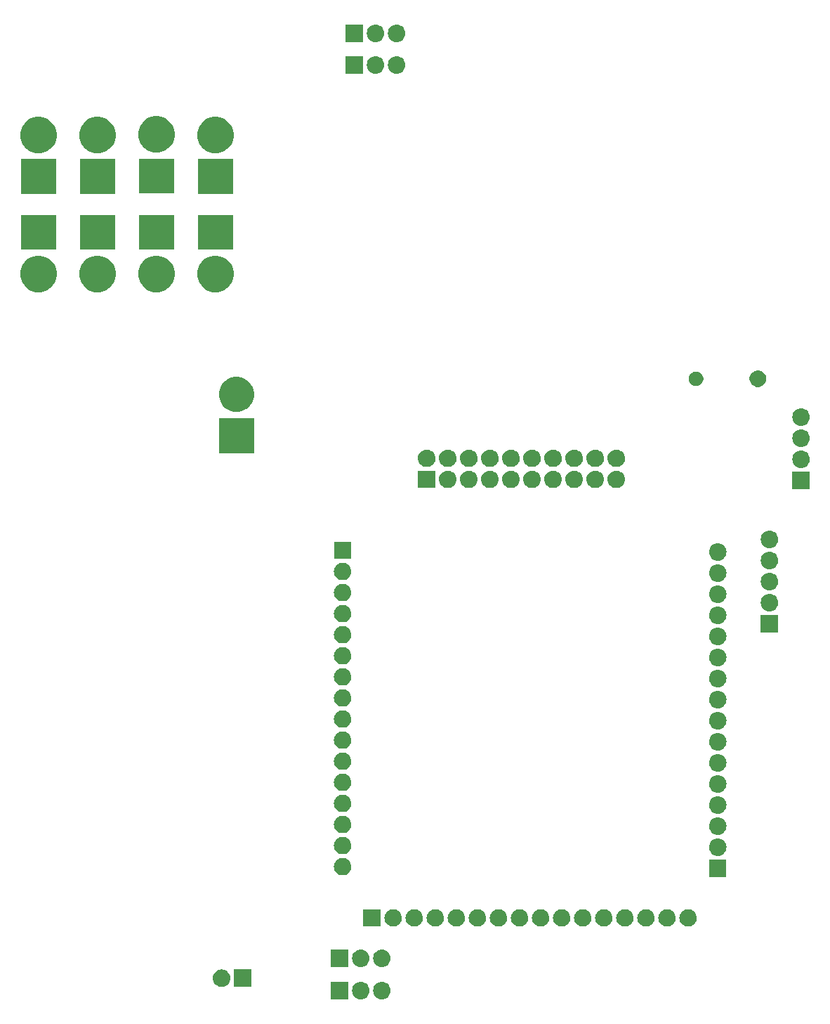
<source format=gbr>
G04 #@! TF.GenerationSoftware,KiCad,Pcbnew,5.0.2-bee76a0~70~ubuntu18.04.1*
G04 #@! TF.CreationDate,2019-09-22T14:56:38-07:00*
G04 #@! TF.ProjectId,habiv-board,68616269-762d-4626-9f61-72642e6b6963,rev?*
G04 #@! TF.SameCoordinates,Original*
G04 #@! TF.FileFunction,Soldermask,Bot*
G04 #@! TF.FilePolarity,Negative*
%FSLAX46Y46*%
G04 Gerber Fmt 4.6, Leading zero omitted, Abs format (unit mm)*
G04 Created by KiCad (PCBNEW 5.0.2-bee76a0~70~ubuntu18.04.1) date Sun 22 Sep 2019 02:56:38 PM PDT*
%MOMM*%
%LPD*%
G01*
G04 APERTURE LIST*
%ADD10C,0.100000*%
G04 APERTURE END LIST*
D10*
G36*
X122970000Y-128558000D02*
X120870000Y-128558000D01*
X120870000Y-126458000D01*
X122970000Y-126458000D01*
X122970000Y-128558000D01*
X122970000Y-128558000D01*
G37*
G36*
X124588707Y-126465597D02*
X124665836Y-126473193D01*
X124797787Y-126513220D01*
X124863763Y-126533233D01*
X125046172Y-126630733D01*
X125206054Y-126761946D01*
X125337267Y-126921828D01*
X125434767Y-127104237D01*
X125434767Y-127104238D01*
X125494807Y-127302164D01*
X125515080Y-127508000D01*
X125494807Y-127713836D01*
X125454780Y-127845787D01*
X125434767Y-127911763D01*
X125337267Y-128094172D01*
X125206054Y-128254054D01*
X125046172Y-128385267D01*
X124863763Y-128482767D01*
X124797787Y-128502780D01*
X124665836Y-128542807D01*
X124588707Y-128550403D01*
X124511580Y-128558000D01*
X124408420Y-128558000D01*
X124331293Y-128550403D01*
X124254164Y-128542807D01*
X124122213Y-128502780D01*
X124056237Y-128482767D01*
X123873828Y-128385267D01*
X123713946Y-128254054D01*
X123582733Y-128094172D01*
X123485233Y-127911763D01*
X123465220Y-127845787D01*
X123425193Y-127713836D01*
X123404920Y-127508000D01*
X123425193Y-127302164D01*
X123485233Y-127104238D01*
X123485233Y-127104237D01*
X123582733Y-126921828D01*
X123713946Y-126761946D01*
X123873828Y-126630733D01*
X124056237Y-126533233D01*
X124122213Y-126513220D01*
X124254164Y-126473193D01*
X124331293Y-126465597D01*
X124408420Y-126458000D01*
X124511580Y-126458000D01*
X124588707Y-126465597D01*
X124588707Y-126465597D01*
G37*
G36*
X127128707Y-126465597D02*
X127205836Y-126473193D01*
X127337787Y-126513220D01*
X127403763Y-126533233D01*
X127586172Y-126630733D01*
X127746054Y-126761946D01*
X127877267Y-126921828D01*
X127974767Y-127104237D01*
X127974767Y-127104238D01*
X128034807Y-127302164D01*
X128055080Y-127508000D01*
X128034807Y-127713836D01*
X127994780Y-127845787D01*
X127974767Y-127911763D01*
X127877267Y-128094172D01*
X127746054Y-128254054D01*
X127586172Y-128385267D01*
X127403763Y-128482767D01*
X127337787Y-128502780D01*
X127205836Y-128542807D01*
X127128707Y-128550403D01*
X127051580Y-128558000D01*
X126948420Y-128558000D01*
X126871293Y-128550403D01*
X126794164Y-128542807D01*
X126662213Y-128502780D01*
X126596237Y-128482767D01*
X126413828Y-128385267D01*
X126253946Y-128254054D01*
X126122733Y-128094172D01*
X126025233Y-127911763D01*
X126005220Y-127845787D01*
X125965193Y-127713836D01*
X125944920Y-127508000D01*
X125965193Y-127302164D01*
X126025233Y-127104238D01*
X126025233Y-127104237D01*
X126122733Y-126921828D01*
X126253946Y-126761946D01*
X126413828Y-126630733D01*
X126596237Y-126533233D01*
X126662213Y-126513220D01*
X126794164Y-126473193D01*
X126871293Y-126465597D01*
X126948420Y-126458000D01*
X127051580Y-126458000D01*
X127128707Y-126465597D01*
X127128707Y-126465597D01*
G37*
G36*
X107814707Y-124981597D02*
X107891836Y-124989193D01*
X108023787Y-125029220D01*
X108089763Y-125049233D01*
X108272172Y-125146733D01*
X108432054Y-125277946D01*
X108563267Y-125437828D01*
X108660767Y-125620237D01*
X108660767Y-125620238D01*
X108720807Y-125818164D01*
X108741080Y-126024000D01*
X108720807Y-126229836D01*
X108680780Y-126361787D01*
X108660767Y-126427763D01*
X108563267Y-126610172D01*
X108432054Y-126770054D01*
X108272172Y-126901267D01*
X108089763Y-126998767D01*
X108023787Y-127018780D01*
X107891836Y-127058807D01*
X107814707Y-127066404D01*
X107737580Y-127074000D01*
X107634420Y-127074000D01*
X107557293Y-127066404D01*
X107480164Y-127058807D01*
X107348213Y-127018780D01*
X107282237Y-126998767D01*
X107099828Y-126901267D01*
X106939946Y-126770054D01*
X106808733Y-126610172D01*
X106711233Y-126427763D01*
X106691220Y-126361787D01*
X106651193Y-126229836D01*
X106630920Y-126024000D01*
X106651193Y-125818164D01*
X106711233Y-125620238D01*
X106711233Y-125620237D01*
X106808733Y-125437828D01*
X106939946Y-125277946D01*
X107099828Y-125146733D01*
X107282237Y-125049233D01*
X107348213Y-125029220D01*
X107480164Y-124989193D01*
X107557293Y-124981597D01*
X107634420Y-124974000D01*
X107737580Y-124974000D01*
X107814707Y-124981597D01*
X107814707Y-124981597D01*
G37*
G36*
X111276000Y-127074000D02*
X109176000Y-127074000D01*
X109176000Y-124974000D01*
X111276000Y-124974000D01*
X111276000Y-127074000D01*
X111276000Y-127074000D01*
G37*
G36*
X124588707Y-122577571D02*
X124665836Y-122585167D01*
X124797787Y-122625194D01*
X124863763Y-122645207D01*
X125046172Y-122742707D01*
X125206054Y-122873920D01*
X125337267Y-123033802D01*
X125434767Y-123216211D01*
X125434767Y-123216212D01*
X125494807Y-123414138D01*
X125515080Y-123619974D01*
X125494807Y-123825810D01*
X125454780Y-123957761D01*
X125434767Y-124023737D01*
X125337267Y-124206146D01*
X125206054Y-124366028D01*
X125046172Y-124497241D01*
X124863763Y-124594741D01*
X124797787Y-124614754D01*
X124665836Y-124654781D01*
X124588707Y-124662377D01*
X124511580Y-124669974D01*
X124408420Y-124669974D01*
X124331293Y-124662377D01*
X124254164Y-124654781D01*
X124122213Y-124614754D01*
X124056237Y-124594741D01*
X123873828Y-124497241D01*
X123713946Y-124366028D01*
X123582733Y-124206146D01*
X123485233Y-124023737D01*
X123465220Y-123957761D01*
X123425193Y-123825810D01*
X123404920Y-123619974D01*
X123425193Y-123414138D01*
X123485233Y-123216212D01*
X123485233Y-123216211D01*
X123582733Y-123033802D01*
X123713946Y-122873920D01*
X123873828Y-122742707D01*
X124056237Y-122645207D01*
X124122213Y-122625194D01*
X124254164Y-122585167D01*
X124331293Y-122577571D01*
X124408420Y-122569974D01*
X124511580Y-122569974D01*
X124588707Y-122577571D01*
X124588707Y-122577571D01*
G37*
G36*
X122970000Y-124669974D02*
X120870000Y-124669974D01*
X120870000Y-122569974D01*
X122970000Y-122569974D01*
X122970000Y-124669974D01*
X122970000Y-124669974D01*
G37*
G36*
X127128707Y-122577571D02*
X127205836Y-122585167D01*
X127337787Y-122625194D01*
X127403763Y-122645207D01*
X127586172Y-122742707D01*
X127746054Y-122873920D01*
X127877267Y-123033802D01*
X127974767Y-123216211D01*
X127974767Y-123216212D01*
X128034807Y-123414138D01*
X128055080Y-123619974D01*
X128034807Y-123825810D01*
X127994780Y-123957761D01*
X127974767Y-124023737D01*
X127877267Y-124206146D01*
X127746054Y-124366028D01*
X127586172Y-124497241D01*
X127403763Y-124594741D01*
X127337787Y-124614754D01*
X127205836Y-124654781D01*
X127128707Y-124662377D01*
X127051580Y-124669974D01*
X126948420Y-124669974D01*
X126871293Y-124662377D01*
X126794164Y-124654781D01*
X126662213Y-124614754D01*
X126596237Y-124594741D01*
X126413828Y-124497241D01*
X126253946Y-124366028D01*
X126122733Y-124206146D01*
X126025233Y-124023737D01*
X126005220Y-123957761D01*
X125965193Y-123825810D01*
X125944920Y-123619974D01*
X125965193Y-123414138D01*
X126025233Y-123216212D01*
X126025233Y-123216211D01*
X126122733Y-123033802D01*
X126253946Y-122873920D01*
X126413828Y-122742707D01*
X126596237Y-122645207D01*
X126662213Y-122625194D01*
X126794164Y-122585167D01*
X126871293Y-122577571D01*
X126948420Y-122569974D01*
X127051580Y-122569974D01*
X127128707Y-122577571D01*
X127128707Y-122577571D01*
G37*
G36*
X141198194Y-117716084D02*
X141275323Y-117723681D01*
X141407274Y-117763708D01*
X141473250Y-117783721D01*
X141655659Y-117881221D01*
X141815541Y-118012434D01*
X141946754Y-118172316D01*
X142044254Y-118354725D01*
X142044254Y-118354726D01*
X142104294Y-118552652D01*
X142124567Y-118758488D01*
X142104294Y-118964324D01*
X142064267Y-119096275D01*
X142044254Y-119162251D01*
X141946754Y-119344660D01*
X141815541Y-119504542D01*
X141655659Y-119635755D01*
X141473250Y-119733255D01*
X141407274Y-119753268D01*
X141275323Y-119793295D01*
X141198194Y-119800891D01*
X141121067Y-119808488D01*
X141017907Y-119808488D01*
X140940780Y-119800891D01*
X140863651Y-119793295D01*
X140731700Y-119753268D01*
X140665724Y-119733255D01*
X140483315Y-119635755D01*
X140323433Y-119504542D01*
X140192220Y-119344660D01*
X140094720Y-119162251D01*
X140074707Y-119096275D01*
X140034680Y-118964324D01*
X140014407Y-118758488D01*
X140034680Y-118552652D01*
X140094720Y-118354726D01*
X140094720Y-118354725D01*
X140192220Y-118172316D01*
X140323433Y-118012434D01*
X140483315Y-117881221D01*
X140665724Y-117783721D01*
X140731700Y-117763708D01*
X140863651Y-117723681D01*
X140940780Y-117716084D01*
X141017907Y-117708488D01*
X141121067Y-117708488D01*
X141198194Y-117716084D01*
X141198194Y-117716084D01*
G37*
G36*
X126879487Y-119808488D02*
X124779487Y-119808488D01*
X124779487Y-117708488D01*
X126879487Y-117708488D01*
X126879487Y-119808488D01*
X126879487Y-119808488D01*
G37*
G36*
X128498194Y-117716084D02*
X128575323Y-117723681D01*
X128707274Y-117763708D01*
X128773250Y-117783721D01*
X128955659Y-117881221D01*
X129115541Y-118012434D01*
X129246754Y-118172316D01*
X129344254Y-118354725D01*
X129344254Y-118354726D01*
X129404294Y-118552652D01*
X129424567Y-118758488D01*
X129404294Y-118964324D01*
X129364267Y-119096275D01*
X129344254Y-119162251D01*
X129246754Y-119344660D01*
X129115541Y-119504542D01*
X128955659Y-119635755D01*
X128773250Y-119733255D01*
X128707274Y-119753268D01*
X128575323Y-119793295D01*
X128498194Y-119800891D01*
X128421067Y-119808488D01*
X128317907Y-119808488D01*
X128240780Y-119800891D01*
X128163651Y-119793295D01*
X128031700Y-119753268D01*
X127965724Y-119733255D01*
X127783315Y-119635755D01*
X127623433Y-119504542D01*
X127492220Y-119344660D01*
X127394720Y-119162251D01*
X127374707Y-119096275D01*
X127334680Y-118964324D01*
X127314407Y-118758488D01*
X127334680Y-118552652D01*
X127394720Y-118354726D01*
X127394720Y-118354725D01*
X127492220Y-118172316D01*
X127623433Y-118012434D01*
X127783315Y-117881221D01*
X127965724Y-117783721D01*
X128031700Y-117763708D01*
X128163651Y-117723681D01*
X128240780Y-117716084D01*
X128317907Y-117708488D01*
X128421067Y-117708488D01*
X128498194Y-117716084D01*
X128498194Y-117716084D01*
G37*
G36*
X131038194Y-117716084D02*
X131115323Y-117723681D01*
X131247274Y-117763708D01*
X131313250Y-117783721D01*
X131495659Y-117881221D01*
X131655541Y-118012434D01*
X131786754Y-118172316D01*
X131884254Y-118354725D01*
X131884254Y-118354726D01*
X131944294Y-118552652D01*
X131964567Y-118758488D01*
X131944294Y-118964324D01*
X131904267Y-119096275D01*
X131884254Y-119162251D01*
X131786754Y-119344660D01*
X131655541Y-119504542D01*
X131495659Y-119635755D01*
X131313250Y-119733255D01*
X131247274Y-119753268D01*
X131115323Y-119793295D01*
X131038194Y-119800891D01*
X130961067Y-119808488D01*
X130857907Y-119808488D01*
X130780780Y-119800891D01*
X130703651Y-119793295D01*
X130571700Y-119753268D01*
X130505724Y-119733255D01*
X130323315Y-119635755D01*
X130163433Y-119504542D01*
X130032220Y-119344660D01*
X129934720Y-119162251D01*
X129914707Y-119096275D01*
X129874680Y-118964324D01*
X129854407Y-118758488D01*
X129874680Y-118552652D01*
X129934720Y-118354726D01*
X129934720Y-118354725D01*
X130032220Y-118172316D01*
X130163433Y-118012434D01*
X130323315Y-117881221D01*
X130505724Y-117783721D01*
X130571700Y-117763708D01*
X130703651Y-117723681D01*
X130780780Y-117716084D01*
X130857907Y-117708488D01*
X130961067Y-117708488D01*
X131038194Y-117716084D01*
X131038194Y-117716084D01*
G37*
G36*
X133578194Y-117716084D02*
X133655323Y-117723681D01*
X133787274Y-117763708D01*
X133853250Y-117783721D01*
X134035659Y-117881221D01*
X134195541Y-118012434D01*
X134326754Y-118172316D01*
X134424254Y-118354725D01*
X134424254Y-118354726D01*
X134484294Y-118552652D01*
X134504567Y-118758488D01*
X134484294Y-118964324D01*
X134444267Y-119096275D01*
X134424254Y-119162251D01*
X134326754Y-119344660D01*
X134195541Y-119504542D01*
X134035659Y-119635755D01*
X133853250Y-119733255D01*
X133787274Y-119753268D01*
X133655323Y-119793295D01*
X133578194Y-119800891D01*
X133501067Y-119808488D01*
X133397907Y-119808488D01*
X133320780Y-119800891D01*
X133243651Y-119793295D01*
X133111700Y-119753268D01*
X133045724Y-119733255D01*
X132863315Y-119635755D01*
X132703433Y-119504542D01*
X132572220Y-119344660D01*
X132474720Y-119162251D01*
X132454707Y-119096275D01*
X132414680Y-118964324D01*
X132394407Y-118758488D01*
X132414680Y-118552652D01*
X132474720Y-118354726D01*
X132474720Y-118354725D01*
X132572220Y-118172316D01*
X132703433Y-118012434D01*
X132863315Y-117881221D01*
X133045724Y-117783721D01*
X133111700Y-117763708D01*
X133243651Y-117723681D01*
X133320780Y-117716084D01*
X133397907Y-117708488D01*
X133501067Y-117708488D01*
X133578194Y-117716084D01*
X133578194Y-117716084D01*
G37*
G36*
X136118194Y-117716084D02*
X136195323Y-117723681D01*
X136327274Y-117763708D01*
X136393250Y-117783721D01*
X136575659Y-117881221D01*
X136735541Y-118012434D01*
X136866754Y-118172316D01*
X136964254Y-118354725D01*
X136964254Y-118354726D01*
X137024294Y-118552652D01*
X137044567Y-118758488D01*
X137024294Y-118964324D01*
X136984267Y-119096275D01*
X136964254Y-119162251D01*
X136866754Y-119344660D01*
X136735541Y-119504542D01*
X136575659Y-119635755D01*
X136393250Y-119733255D01*
X136327274Y-119753268D01*
X136195323Y-119793295D01*
X136118194Y-119800891D01*
X136041067Y-119808488D01*
X135937907Y-119808488D01*
X135860780Y-119800891D01*
X135783651Y-119793295D01*
X135651700Y-119753268D01*
X135585724Y-119733255D01*
X135403315Y-119635755D01*
X135243433Y-119504542D01*
X135112220Y-119344660D01*
X135014720Y-119162251D01*
X134994707Y-119096275D01*
X134954680Y-118964324D01*
X134934407Y-118758488D01*
X134954680Y-118552652D01*
X135014720Y-118354726D01*
X135014720Y-118354725D01*
X135112220Y-118172316D01*
X135243433Y-118012434D01*
X135403315Y-117881221D01*
X135585724Y-117783721D01*
X135651700Y-117763708D01*
X135783651Y-117723681D01*
X135860780Y-117716084D01*
X135937907Y-117708488D01*
X136041067Y-117708488D01*
X136118194Y-117716084D01*
X136118194Y-117716084D01*
G37*
G36*
X138658194Y-117716084D02*
X138735323Y-117723681D01*
X138867274Y-117763708D01*
X138933250Y-117783721D01*
X139115659Y-117881221D01*
X139275541Y-118012434D01*
X139406754Y-118172316D01*
X139504254Y-118354725D01*
X139504254Y-118354726D01*
X139564294Y-118552652D01*
X139584567Y-118758488D01*
X139564294Y-118964324D01*
X139524267Y-119096275D01*
X139504254Y-119162251D01*
X139406754Y-119344660D01*
X139275541Y-119504542D01*
X139115659Y-119635755D01*
X138933250Y-119733255D01*
X138867274Y-119753268D01*
X138735323Y-119793295D01*
X138658194Y-119800891D01*
X138581067Y-119808488D01*
X138477907Y-119808488D01*
X138400780Y-119800891D01*
X138323651Y-119793295D01*
X138191700Y-119753268D01*
X138125724Y-119733255D01*
X137943315Y-119635755D01*
X137783433Y-119504542D01*
X137652220Y-119344660D01*
X137554720Y-119162251D01*
X137534707Y-119096275D01*
X137494680Y-118964324D01*
X137474407Y-118758488D01*
X137494680Y-118552652D01*
X137554720Y-118354726D01*
X137554720Y-118354725D01*
X137652220Y-118172316D01*
X137783433Y-118012434D01*
X137943315Y-117881221D01*
X138125724Y-117783721D01*
X138191700Y-117763708D01*
X138323651Y-117723681D01*
X138400780Y-117716084D01*
X138477907Y-117708488D01*
X138581067Y-117708488D01*
X138658194Y-117716084D01*
X138658194Y-117716084D01*
G37*
G36*
X146278194Y-117716084D02*
X146355323Y-117723681D01*
X146487274Y-117763708D01*
X146553250Y-117783721D01*
X146735659Y-117881221D01*
X146895541Y-118012434D01*
X147026754Y-118172316D01*
X147124254Y-118354725D01*
X147124254Y-118354726D01*
X147184294Y-118552652D01*
X147204567Y-118758488D01*
X147184294Y-118964324D01*
X147144267Y-119096275D01*
X147124254Y-119162251D01*
X147026754Y-119344660D01*
X146895541Y-119504542D01*
X146735659Y-119635755D01*
X146553250Y-119733255D01*
X146487274Y-119753268D01*
X146355323Y-119793295D01*
X146278194Y-119800891D01*
X146201067Y-119808488D01*
X146097907Y-119808488D01*
X146020780Y-119800891D01*
X145943651Y-119793295D01*
X145811700Y-119753268D01*
X145745724Y-119733255D01*
X145563315Y-119635755D01*
X145403433Y-119504542D01*
X145272220Y-119344660D01*
X145174720Y-119162251D01*
X145154707Y-119096275D01*
X145114680Y-118964324D01*
X145094407Y-118758488D01*
X145114680Y-118552652D01*
X145174720Y-118354726D01*
X145174720Y-118354725D01*
X145272220Y-118172316D01*
X145403433Y-118012434D01*
X145563315Y-117881221D01*
X145745724Y-117783721D01*
X145811700Y-117763708D01*
X145943651Y-117723681D01*
X146020780Y-117716084D01*
X146097907Y-117708488D01*
X146201067Y-117708488D01*
X146278194Y-117716084D01*
X146278194Y-117716084D01*
G37*
G36*
X164058194Y-117716084D02*
X164135323Y-117723681D01*
X164267274Y-117763708D01*
X164333250Y-117783721D01*
X164515659Y-117881221D01*
X164675541Y-118012434D01*
X164806754Y-118172316D01*
X164904254Y-118354725D01*
X164904254Y-118354726D01*
X164964294Y-118552652D01*
X164984567Y-118758488D01*
X164964294Y-118964324D01*
X164924267Y-119096275D01*
X164904254Y-119162251D01*
X164806754Y-119344660D01*
X164675541Y-119504542D01*
X164515659Y-119635755D01*
X164333250Y-119733255D01*
X164267274Y-119753268D01*
X164135323Y-119793295D01*
X164058194Y-119800891D01*
X163981067Y-119808488D01*
X163877907Y-119808488D01*
X163800780Y-119800891D01*
X163723651Y-119793295D01*
X163591700Y-119753268D01*
X163525724Y-119733255D01*
X163343315Y-119635755D01*
X163183433Y-119504542D01*
X163052220Y-119344660D01*
X162954720Y-119162251D01*
X162934707Y-119096275D01*
X162894680Y-118964324D01*
X162874407Y-118758488D01*
X162894680Y-118552652D01*
X162954720Y-118354726D01*
X162954720Y-118354725D01*
X163052220Y-118172316D01*
X163183433Y-118012434D01*
X163343315Y-117881221D01*
X163525724Y-117783721D01*
X163591700Y-117763708D01*
X163723651Y-117723681D01*
X163800780Y-117716084D01*
X163877907Y-117708488D01*
X163981067Y-117708488D01*
X164058194Y-117716084D01*
X164058194Y-117716084D01*
G37*
G36*
X161518194Y-117716084D02*
X161595323Y-117723681D01*
X161727274Y-117763708D01*
X161793250Y-117783721D01*
X161975659Y-117881221D01*
X162135541Y-118012434D01*
X162266754Y-118172316D01*
X162364254Y-118354725D01*
X162364254Y-118354726D01*
X162424294Y-118552652D01*
X162444567Y-118758488D01*
X162424294Y-118964324D01*
X162384267Y-119096275D01*
X162364254Y-119162251D01*
X162266754Y-119344660D01*
X162135541Y-119504542D01*
X161975659Y-119635755D01*
X161793250Y-119733255D01*
X161727274Y-119753268D01*
X161595323Y-119793295D01*
X161518194Y-119800891D01*
X161441067Y-119808488D01*
X161337907Y-119808488D01*
X161260780Y-119800891D01*
X161183651Y-119793295D01*
X161051700Y-119753268D01*
X160985724Y-119733255D01*
X160803315Y-119635755D01*
X160643433Y-119504542D01*
X160512220Y-119344660D01*
X160414720Y-119162251D01*
X160394707Y-119096275D01*
X160354680Y-118964324D01*
X160334407Y-118758488D01*
X160354680Y-118552652D01*
X160414720Y-118354726D01*
X160414720Y-118354725D01*
X160512220Y-118172316D01*
X160643433Y-118012434D01*
X160803315Y-117881221D01*
X160985724Y-117783721D01*
X161051700Y-117763708D01*
X161183651Y-117723681D01*
X161260780Y-117716084D01*
X161337907Y-117708488D01*
X161441067Y-117708488D01*
X161518194Y-117716084D01*
X161518194Y-117716084D01*
G37*
G36*
X158978194Y-117716084D02*
X159055323Y-117723681D01*
X159187274Y-117763708D01*
X159253250Y-117783721D01*
X159435659Y-117881221D01*
X159595541Y-118012434D01*
X159726754Y-118172316D01*
X159824254Y-118354725D01*
X159824254Y-118354726D01*
X159884294Y-118552652D01*
X159904567Y-118758488D01*
X159884294Y-118964324D01*
X159844267Y-119096275D01*
X159824254Y-119162251D01*
X159726754Y-119344660D01*
X159595541Y-119504542D01*
X159435659Y-119635755D01*
X159253250Y-119733255D01*
X159187274Y-119753268D01*
X159055323Y-119793295D01*
X158978194Y-119800891D01*
X158901067Y-119808488D01*
X158797907Y-119808488D01*
X158720780Y-119800891D01*
X158643651Y-119793295D01*
X158511700Y-119753268D01*
X158445724Y-119733255D01*
X158263315Y-119635755D01*
X158103433Y-119504542D01*
X157972220Y-119344660D01*
X157874720Y-119162251D01*
X157854707Y-119096275D01*
X157814680Y-118964324D01*
X157794407Y-118758488D01*
X157814680Y-118552652D01*
X157874720Y-118354726D01*
X157874720Y-118354725D01*
X157972220Y-118172316D01*
X158103433Y-118012434D01*
X158263315Y-117881221D01*
X158445724Y-117783721D01*
X158511700Y-117763708D01*
X158643651Y-117723681D01*
X158720780Y-117716084D01*
X158797907Y-117708488D01*
X158901067Y-117708488D01*
X158978194Y-117716084D01*
X158978194Y-117716084D01*
G37*
G36*
X156438194Y-117716084D02*
X156515323Y-117723681D01*
X156647274Y-117763708D01*
X156713250Y-117783721D01*
X156895659Y-117881221D01*
X157055541Y-118012434D01*
X157186754Y-118172316D01*
X157284254Y-118354725D01*
X157284254Y-118354726D01*
X157344294Y-118552652D01*
X157364567Y-118758488D01*
X157344294Y-118964324D01*
X157304267Y-119096275D01*
X157284254Y-119162251D01*
X157186754Y-119344660D01*
X157055541Y-119504542D01*
X156895659Y-119635755D01*
X156713250Y-119733255D01*
X156647274Y-119753268D01*
X156515323Y-119793295D01*
X156438194Y-119800891D01*
X156361067Y-119808488D01*
X156257907Y-119808488D01*
X156180780Y-119800891D01*
X156103651Y-119793295D01*
X155971700Y-119753268D01*
X155905724Y-119733255D01*
X155723315Y-119635755D01*
X155563433Y-119504542D01*
X155432220Y-119344660D01*
X155334720Y-119162251D01*
X155314707Y-119096275D01*
X155274680Y-118964324D01*
X155254407Y-118758488D01*
X155274680Y-118552652D01*
X155334720Y-118354726D01*
X155334720Y-118354725D01*
X155432220Y-118172316D01*
X155563433Y-118012434D01*
X155723315Y-117881221D01*
X155905724Y-117783721D01*
X155971700Y-117763708D01*
X156103651Y-117723681D01*
X156180780Y-117716084D01*
X156257907Y-117708488D01*
X156361067Y-117708488D01*
X156438194Y-117716084D01*
X156438194Y-117716084D01*
G37*
G36*
X153898194Y-117716084D02*
X153975323Y-117723681D01*
X154107274Y-117763708D01*
X154173250Y-117783721D01*
X154355659Y-117881221D01*
X154515541Y-118012434D01*
X154646754Y-118172316D01*
X154744254Y-118354725D01*
X154744254Y-118354726D01*
X154804294Y-118552652D01*
X154824567Y-118758488D01*
X154804294Y-118964324D01*
X154764267Y-119096275D01*
X154744254Y-119162251D01*
X154646754Y-119344660D01*
X154515541Y-119504542D01*
X154355659Y-119635755D01*
X154173250Y-119733255D01*
X154107274Y-119753268D01*
X153975323Y-119793295D01*
X153898194Y-119800891D01*
X153821067Y-119808488D01*
X153717907Y-119808488D01*
X153640780Y-119800891D01*
X153563651Y-119793295D01*
X153431700Y-119753268D01*
X153365724Y-119733255D01*
X153183315Y-119635755D01*
X153023433Y-119504542D01*
X152892220Y-119344660D01*
X152794720Y-119162251D01*
X152774707Y-119096275D01*
X152734680Y-118964324D01*
X152714407Y-118758488D01*
X152734680Y-118552652D01*
X152794720Y-118354726D01*
X152794720Y-118354725D01*
X152892220Y-118172316D01*
X153023433Y-118012434D01*
X153183315Y-117881221D01*
X153365724Y-117783721D01*
X153431700Y-117763708D01*
X153563651Y-117723681D01*
X153640780Y-117716084D01*
X153717907Y-117708488D01*
X153821067Y-117708488D01*
X153898194Y-117716084D01*
X153898194Y-117716084D01*
G37*
G36*
X151358194Y-117716084D02*
X151435323Y-117723681D01*
X151567274Y-117763708D01*
X151633250Y-117783721D01*
X151815659Y-117881221D01*
X151975541Y-118012434D01*
X152106754Y-118172316D01*
X152204254Y-118354725D01*
X152204254Y-118354726D01*
X152264294Y-118552652D01*
X152284567Y-118758488D01*
X152264294Y-118964324D01*
X152224267Y-119096275D01*
X152204254Y-119162251D01*
X152106754Y-119344660D01*
X151975541Y-119504542D01*
X151815659Y-119635755D01*
X151633250Y-119733255D01*
X151567274Y-119753268D01*
X151435323Y-119793295D01*
X151358194Y-119800891D01*
X151281067Y-119808488D01*
X151177907Y-119808488D01*
X151100780Y-119800891D01*
X151023651Y-119793295D01*
X150891700Y-119753268D01*
X150825724Y-119733255D01*
X150643315Y-119635755D01*
X150483433Y-119504542D01*
X150352220Y-119344660D01*
X150254720Y-119162251D01*
X150234707Y-119096275D01*
X150194680Y-118964324D01*
X150174407Y-118758488D01*
X150194680Y-118552652D01*
X150254720Y-118354726D01*
X150254720Y-118354725D01*
X150352220Y-118172316D01*
X150483433Y-118012434D01*
X150643315Y-117881221D01*
X150825724Y-117783721D01*
X150891700Y-117763708D01*
X151023651Y-117723681D01*
X151100780Y-117716084D01*
X151177907Y-117708488D01*
X151281067Y-117708488D01*
X151358194Y-117716084D01*
X151358194Y-117716084D01*
G37*
G36*
X143738194Y-117716084D02*
X143815323Y-117723681D01*
X143947274Y-117763708D01*
X144013250Y-117783721D01*
X144195659Y-117881221D01*
X144355541Y-118012434D01*
X144486754Y-118172316D01*
X144584254Y-118354725D01*
X144584254Y-118354726D01*
X144644294Y-118552652D01*
X144664567Y-118758488D01*
X144644294Y-118964324D01*
X144604267Y-119096275D01*
X144584254Y-119162251D01*
X144486754Y-119344660D01*
X144355541Y-119504542D01*
X144195659Y-119635755D01*
X144013250Y-119733255D01*
X143947274Y-119753268D01*
X143815323Y-119793295D01*
X143738194Y-119800891D01*
X143661067Y-119808488D01*
X143557907Y-119808488D01*
X143480780Y-119800891D01*
X143403651Y-119793295D01*
X143271700Y-119753268D01*
X143205724Y-119733255D01*
X143023315Y-119635755D01*
X142863433Y-119504542D01*
X142732220Y-119344660D01*
X142634720Y-119162251D01*
X142614707Y-119096275D01*
X142574680Y-118964324D01*
X142554407Y-118758488D01*
X142574680Y-118552652D01*
X142634720Y-118354726D01*
X142634720Y-118354725D01*
X142732220Y-118172316D01*
X142863433Y-118012434D01*
X143023315Y-117881221D01*
X143205724Y-117783721D01*
X143271700Y-117763708D01*
X143403651Y-117723681D01*
X143480780Y-117716084D01*
X143557907Y-117708488D01*
X143661067Y-117708488D01*
X143738194Y-117716084D01*
X143738194Y-117716084D01*
G37*
G36*
X148818194Y-117716084D02*
X148895323Y-117723681D01*
X149027274Y-117763708D01*
X149093250Y-117783721D01*
X149275659Y-117881221D01*
X149435541Y-118012434D01*
X149566754Y-118172316D01*
X149664254Y-118354725D01*
X149664254Y-118354726D01*
X149724294Y-118552652D01*
X149744567Y-118758488D01*
X149724294Y-118964324D01*
X149684267Y-119096275D01*
X149664254Y-119162251D01*
X149566754Y-119344660D01*
X149435541Y-119504542D01*
X149275659Y-119635755D01*
X149093250Y-119733255D01*
X149027274Y-119753268D01*
X148895323Y-119793295D01*
X148818194Y-119800891D01*
X148741067Y-119808488D01*
X148637907Y-119808488D01*
X148560780Y-119800891D01*
X148483651Y-119793295D01*
X148351700Y-119753268D01*
X148285724Y-119733255D01*
X148103315Y-119635755D01*
X147943433Y-119504542D01*
X147812220Y-119344660D01*
X147714720Y-119162251D01*
X147694707Y-119096275D01*
X147654680Y-118964324D01*
X147634407Y-118758488D01*
X147654680Y-118552652D01*
X147714720Y-118354726D01*
X147714720Y-118354725D01*
X147812220Y-118172316D01*
X147943433Y-118012434D01*
X148103315Y-117881221D01*
X148285724Y-117783721D01*
X148351700Y-117763708D01*
X148483651Y-117723681D01*
X148560780Y-117716084D01*
X148637907Y-117708488D01*
X148741067Y-117708488D01*
X148818194Y-117716084D01*
X148818194Y-117716084D01*
G37*
G36*
X168550727Y-113824248D02*
X166450727Y-113824248D01*
X166450727Y-111724248D01*
X168550727Y-111724248D01*
X168550727Y-113824248D01*
X168550727Y-113824248D01*
G37*
G36*
X122407274Y-111538805D02*
X122484403Y-111546401D01*
X122616354Y-111586428D01*
X122682330Y-111606441D01*
X122864739Y-111703941D01*
X123024621Y-111835154D01*
X123155834Y-111995036D01*
X123253334Y-112177445D01*
X123253334Y-112177446D01*
X123313374Y-112375372D01*
X123333647Y-112581208D01*
X123313374Y-112787044D01*
X123273347Y-112918995D01*
X123253334Y-112984971D01*
X123155834Y-113167380D01*
X123024621Y-113327262D01*
X122864739Y-113458475D01*
X122682330Y-113555975D01*
X122616354Y-113575988D01*
X122484403Y-113616015D01*
X122407274Y-113623611D01*
X122330147Y-113631208D01*
X122226987Y-113631208D01*
X122149860Y-113623611D01*
X122072731Y-113616015D01*
X121940780Y-113575988D01*
X121874804Y-113555975D01*
X121692395Y-113458475D01*
X121532513Y-113327262D01*
X121401300Y-113167380D01*
X121303800Y-112984971D01*
X121283787Y-112918995D01*
X121243760Y-112787044D01*
X121223487Y-112581208D01*
X121243760Y-112375372D01*
X121303800Y-112177446D01*
X121303800Y-112177445D01*
X121401300Y-111995036D01*
X121532513Y-111835154D01*
X121692395Y-111703941D01*
X121874804Y-111606441D01*
X121940780Y-111586428D01*
X122072731Y-111546401D01*
X122149860Y-111538805D01*
X122226987Y-111531208D01*
X122330147Y-111531208D01*
X122407274Y-111538805D01*
X122407274Y-111538805D01*
G37*
G36*
X167629434Y-109191845D02*
X167706563Y-109199441D01*
X167838514Y-109239468D01*
X167904490Y-109259481D01*
X168086899Y-109356981D01*
X168246781Y-109488194D01*
X168377994Y-109648076D01*
X168475494Y-109830485D01*
X168475494Y-109830486D01*
X168535534Y-110028412D01*
X168555807Y-110234248D01*
X168535534Y-110440084D01*
X168495507Y-110572035D01*
X168475494Y-110638011D01*
X168377994Y-110820420D01*
X168246781Y-110980302D01*
X168086899Y-111111515D01*
X167904490Y-111209015D01*
X167838514Y-111229028D01*
X167706563Y-111269055D01*
X167629434Y-111276651D01*
X167552307Y-111284248D01*
X167449147Y-111284248D01*
X167372020Y-111276651D01*
X167294891Y-111269055D01*
X167162940Y-111229028D01*
X167096964Y-111209015D01*
X166914555Y-111111515D01*
X166754673Y-110980302D01*
X166623460Y-110820420D01*
X166525960Y-110638011D01*
X166505947Y-110572035D01*
X166465920Y-110440084D01*
X166445647Y-110234248D01*
X166465920Y-110028412D01*
X166525960Y-109830486D01*
X166525960Y-109830485D01*
X166623460Y-109648076D01*
X166754673Y-109488194D01*
X166914555Y-109356981D01*
X167096964Y-109259481D01*
X167162940Y-109239468D01*
X167294891Y-109199441D01*
X167372020Y-109191845D01*
X167449147Y-109184248D01*
X167552307Y-109184248D01*
X167629434Y-109191845D01*
X167629434Y-109191845D01*
G37*
G36*
X122407274Y-108998805D02*
X122484403Y-109006401D01*
X122616354Y-109046428D01*
X122682330Y-109066441D01*
X122864739Y-109163941D01*
X123024621Y-109295154D01*
X123155834Y-109455036D01*
X123253334Y-109637445D01*
X123253334Y-109637446D01*
X123313374Y-109835372D01*
X123333647Y-110041208D01*
X123313374Y-110247044D01*
X123273347Y-110378995D01*
X123253334Y-110444971D01*
X123155834Y-110627380D01*
X123024621Y-110787262D01*
X122864739Y-110918475D01*
X122682330Y-111015975D01*
X122616354Y-111035988D01*
X122484403Y-111076015D01*
X122407274Y-111083611D01*
X122330147Y-111091208D01*
X122226987Y-111091208D01*
X122149860Y-111083611D01*
X122072731Y-111076015D01*
X121940780Y-111035988D01*
X121874804Y-111015975D01*
X121692395Y-110918475D01*
X121532513Y-110787262D01*
X121401300Y-110627380D01*
X121303800Y-110444971D01*
X121283787Y-110378995D01*
X121243760Y-110247044D01*
X121223487Y-110041208D01*
X121243760Y-109835372D01*
X121303800Y-109637446D01*
X121303800Y-109637445D01*
X121401300Y-109455036D01*
X121532513Y-109295154D01*
X121692395Y-109163941D01*
X121874804Y-109066441D01*
X121940780Y-109046428D01*
X122072731Y-109006401D01*
X122149860Y-108998805D01*
X122226987Y-108991208D01*
X122330147Y-108991208D01*
X122407274Y-108998805D01*
X122407274Y-108998805D01*
G37*
G36*
X167629434Y-106651845D02*
X167706563Y-106659441D01*
X167838514Y-106699468D01*
X167904490Y-106719481D01*
X168086899Y-106816981D01*
X168246781Y-106948194D01*
X168377994Y-107108076D01*
X168475494Y-107290485D01*
X168475494Y-107290486D01*
X168535534Y-107488412D01*
X168555807Y-107694248D01*
X168535534Y-107900084D01*
X168495507Y-108032035D01*
X168475494Y-108098011D01*
X168377994Y-108280420D01*
X168246781Y-108440302D01*
X168086899Y-108571515D01*
X167904490Y-108669015D01*
X167838514Y-108689028D01*
X167706563Y-108729055D01*
X167629434Y-108736651D01*
X167552307Y-108744248D01*
X167449147Y-108744248D01*
X167372020Y-108736651D01*
X167294891Y-108729055D01*
X167162940Y-108689028D01*
X167096964Y-108669015D01*
X166914555Y-108571515D01*
X166754673Y-108440302D01*
X166623460Y-108280420D01*
X166525960Y-108098011D01*
X166505947Y-108032035D01*
X166465920Y-107900084D01*
X166445647Y-107694248D01*
X166465920Y-107488412D01*
X166525960Y-107290486D01*
X166525960Y-107290485D01*
X166623460Y-107108076D01*
X166754673Y-106948194D01*
X166914555Y-106816981D01*
X167096964Y-106719481D01*
X167162940Y-106699468D01*
X167294891Y-106659441D01*
X167372020Y-106651845D01*
X167449147Y-106644248D01*
X167552307Y-106644248D01*
X167629434Y-106651845D01*
X167629434Y-106651845D01*
G37*
G36*
X122407274Y-106458805D02*
X122484403Y-106466401D01*
X122616354Y-106506428D01*
X122682330Y-106526441D01*
X122864739Y-106623941D01*
X123024621Y-106755154D01*
X123155834Y-106915036D01*
X123253334Y-107097445D01*
X123253334Y-107097446D01*
X123313374Y-107295372D01*
X123333647Y-107501208D01*
X123313374Y-107707044D01*
X123273347Y-107838995D01*
X123253334Y-107904971D01*
X123155834Y-108087380D01*
X123024621Y-108247262D01*
X122864739Y-108378475D01*
X122682330Y-108475975D01*
X122616354Y-108495988D01*
X122484403Y-108536015D01*
X122407274Y-108543611D01*
X122330147Y-108551208D01*
X122226987Y-108551208D01*
X122149860Y-108543611D01*
X122072731Y-108536015D01*
X121940780Y-108495988D01*
X121874804Y-108475975D01*
X121692395Y-108378475D01*
X121532513Y-108247262D01*
X121401300Y-108087380D01*
X121303800Y-107904971D01*
X121283787Y-107838995D01*
X121243760Y-107707044D01*
X121223487Y-107501208D01*
X121243760Y-107295372D01*
X121303800Y-107097446D01*
X121303800Y-107097445D01*
X121401300Y-106915036D01*
X121532513Y-106755154D01*
X121692395Y-106623941D01*
X121874804Y-106526441D01*
X121940780Y-106506428D01*
X122072731Y-106466401D01*
X122149860Y-106458805D01*
X122226987Y-106451208D01*
X122330147Y-106451208D01*
X122407274Y-106458805D01*
X122407274Y-106458805D01*
G37*
G36*
X167629434Y-104111844D02*
X167706563Y-104119441D01*
X167838514Y-104159468D01*
X167904490Y-104179481D01*
X168086899Y-104276981D01*
X168246781Y-104408194D01*
X168377994Y-104568076D01*
X168475494Y-104750485D01*
X168475494Y-104750486D01*
X168535534Y-104948412D01*
X168555807Y-105154248D01*
X168535534Y-105360084D01*
X168495507Y-105492035D01*
X168475494Y-105558011D01*
X168377994Y-105740420D01*
X168246781Y-105900302D01*
X168086899Y-106031515D01*
X167904490Y-106129015D01*
X167838514Y-106149028D01*
X167706563Y-106189055D01*
X167629434Y-106196652D01*
X167552307Y-106204248D01*
X167449147Y-106204248D01*
X167372020Y-106196652D01*
X167294891Y-106189055D01*
X167162940Y-106149028D01*
X167096964Y-106129015D01*
X166914555Y-106031515D01*
X166754673Y-105900302D01*
X166623460Y-105740420D01*
X166525960Y-105558011D01*
X166505947Y-105492035D01*
X166465920Y-105360084D01*
X166445647Y-105154248D01*
X166465920Y-104948412D01*
X166525960Y-104750486D01*
X166525960Y-104750485D01*
X166623460Y-104568076D01*
X166754673Y-104408194D01*
X166914555Y-104276981D01*
X167096964Y-104179481D01*
X167162940Y-104159468D01*
X167294891Y-104119441D01*
X167372020Y-104111845D01*
X167449147Y-104104248D01*
X167552307Y-104104248D01*
X167629434Y-104111844D01*
X167629434Y-104111844D01*
G37*
G36*
X122407274Y-103918804D02*
X122484403Y-103926401D01*
X122616354Y-103966428D01*
X122682330Y-103986441D01*
X122864739Y-104083941D01*
X123024621Y-104215154D01*
X123155834Y-104375036D01*
X123253334Y-104557445D01*
X123253334Y-104557446D01*
X123313374Y-104755372D01*
X123333647Y-104961208D01*
X123313374Y-105167044D01*
X123273347Y-105298995D01*
X123253334Y-105364971D01*
X123155834Y-105547380D01*
X123024621Y-105707262D01*
X122864739Y-105838475D01*
X122682330Y-105935975D01*
X122616354Y-105955988D01*
X122484403Y-105996015D01*
X122407274Y-106003612D01*
X122330147Y-106011208D01*
X122226987Y-106011208D01*
X122149860Y-106003612D01*
X122072731Y-105996015D01*
X121940780Y-105955988D01*
X121874804Y-105935975D01*
X121692395Y-105838475D01*
X121532513Y-105707262D01*
X121401300Y-105547380D01*
X121303800Y-105364971D01*
X121283787Y-105298995D01*
X121243760Y-105167044D01*
X121223487Y-104961208D01*
X121243760Y-104755372D01*
X121303800Y-104557446D01*
X121303800Y-104557445D01*
X121401300Y-104375036D01*
X121532513Y-104215154D01*
X121692395Y-104083941D01*
X121874804Y-103986441D01*
X121940780Y-103966428D01*
X122072731Y-103926401D01*
X122149860Y-103918805D01*
X122226987Y-103911208D01*
X122330147Y-103911208D01*
X122407274Y-103918804D01*
X122407274Y-103918804D01*
G37*
G36*
X167629434Y-101571845D02*
X167706563Y-101579441D01*
X167838514Y-101619468D01*
X167904490Y-101639481D01*
X168086899Y-101736981D01*
X168246781Y-101868194D01*
X168377994Y-102028076D01*
X168475494Y-102210485D01*
X168475494Y-102210486D01*
X168535534Y-102408412D01*
X168555807Y-102614248D01*
X168535534Y-102820084D01*
X168495507Y-102952035D01*
X168475494Y-103018011D01*
X168377994Y-103200420D01*
X168246781Y-103360302D01*
X168086899Y-103491515D01*
X167904490Y-103589015D01*
X167838514Y-103609028D01*
X167706563Y-103649055D01*
X167629434Y-103656652D01*
X167552307Y-103664248D01*
X167449147Y-103664248D01*
X167372020Y-103656652D01*
X167294891Y-103649055D01*
X167162940Y-103609028D01*
X167096964Y-103589015D01*
X166914555Y-103491515D01*
X166754673Y-103360302D01*
X166623460Y-103200420D01*
X166525960Y-103018011D01*
X166505947Y-102952035D01*
X166465920Y-102820084D01*
X166445647Y-102614248D01*
X166465920Y-102408412D01*
X166525960Y-102210486D01*
X166525960Y-102210485D01*
X166623460Y-102028076D01*
X166754673Y-101868194D01*
X166914555Y-101736981D01*
X167096964Y-101639481D01*
X167162940Y-101619468D01*
X167294891Y-101579441D01*
X167372020Y-101571845D01*
X167449147Y-101564248D01*
X167552307Y-101564248D01*
X167629434Y-101571845D01*
X167629434Y-101571845D01*
G37*
G36*
X122407274Y-101378805D02*
X122484403Y-101386401D01*
X122616354Y-101426428D01*
X122682330Y-101446441D01*
X122864739Y-101543941D01*
X123024621Y-101675154D01*
X123155834Y-101835036D01*
X123253334Y-102017445D01*
X123253334Y-102017446D01*
X123313374Y-102215372D01*
X123333647Y-102421208D01*
X123313374Y-102627044D01*
X123273347Y-102758995D01*
X123253334Y-102824971D01*
X123155834Y-103007380D01*
X123024621Y-103167262D01*
X122864739Y-103298475D01*
X122682330Y-103395975D01*
X122616354Y-103415988D01*
X122484403Y-103456015D01*
X122407274Y-103463611D01*
X122330147Y-103471208D01*
X122226987Y-103471208D01*
X122149860Y-103463612D01*
X122072731Y-103456015D01*
X121940780Y-103415988D01*
X121874804Y-103395975D01*
X121692395Y-103298475D01*
X121532513Y-103167262D01*
X121401300Y-103007380D01*
X121303800Y-102824971D01*
X121283787Y-102758995D01*
X121243760Y-102627044D01*
X121223487Y-102421208D01*
X121243760Y-102215372D01*
X121303800Y-102017446D01*
X121303800Y-102017445D01*
X121401300Y-101835036D01*
X121532513Y-101675154D01*
X121692395Y-101543941D01*
X121874804Y-101446441D01*
X121940780Y-101426428D01*
X122072731Y-101386401D01*
X122149860Y-101378805D01*
X122226987Y-101371208D01*
X122330147Y-101371208D01*
X122407274Y-101378805D01*
X122407274Y-101378805D01*
G37*
G36*
X167629434Y-99031844D02*
X167706563Y-99039441D01*
X167838514Y-99079468D01*
X167904490Y-99099481D01*
X168086899Y-99196981D01*
X168246781Y-99328194D01*
X168377994Y-99488076D01*
X168475494Y-99670485D01*
X168475494Y-99670486D01*
X168535534Y-99868412D01*
X168555807Y-100074248D01*
X168535534Y-100280084D01*
X168495507Y-100412035D01*
X168475494Y-100478011D01*
X168377994Y-100660420D01*
X168246781Y-100820302D01*
X168086899Y-100951515D01*
X167904490Y-101049015D01*
X167838514Y-101069028D01*
X167706563Y-101109055D01*
X167629434Y-101116651D01*
X167552307Y-101124248D01*
X167449147Y-101124248D01*
X167372020Y-101116651D01*
X167294891Y-101109055D01*
X167162940Y-101069028D01*
X167096964Y-101049015D01*
X166914555Y-100951515D01*
X166754673Y-100820302D01*
X166623460Y-100660420D01*
X166525960Y-100478011D01*
X166505947Y-100412035D01*
X166465920Y-100280084D01*
X166445647Y-100074248D01*
X166465920Y-99868412D01*
X166525960Y-99670486D01*
X166525960Y-99670485D01*
X166623460Y-99488076D01*
X166754673Y-99328194D01*
X166914555Y-99196981D01*
X167096964Y-99099481D01*
X167162940Y-99079468D01*
X167294891Y-99039441D01*
X167372020Y-99031844D01*
X167449147Y-99024248D01*
X167552307Y-99024248D01*
X167629434Y-99031844D01*
X167629434Y-99031844D01*
G37*
G36*
X122407274Y-98838804D02*
X122484403Y-98846401D01*
X122616354Y-98886428D01*
X122682330Y-98906441D01*
X122864739Y-99003941D01*
X123024621Y-99135154D01*
X123155834Y-99295036D01*
X123253334Y-99477445D01*
X123253334Y-99477446D01*
X123313374Y-99675372D01*
X123333647Y-99881208D01*
X123313374Y-100087044D01*
X123273347Y-100218995D01*
X123253334Y-100284971D01*
X123155834Y-100467380D01*
X123024621Y-100627262D01*
X122864739Y-100758475D01*
X122682330Y-100855975D01*
X122616354Y-100875988D01*
X122484403Y-100916015D01*
X122407274Y-100923611D01*
X122330147Y-100931208D01*
X122226987Y-100931208D01*
X122149860Y-100923611D01*
X122072731Y-100916015D01*
X121940780Y-100875988D01*
X121874804Y-100855975D01*
X121692395Y-100758475D01*
X121532513Y-100627262D01*
X121401300Y-100467380D01*
X121303800Y-100284971D01*
X121283787Y-100218995D01*
X121243760Y-100087044D01*
X121223487Y-99881208D01*
X121243760Y-99675372D01*
X121303800Y-99477446D01*
X121303800Y-99477445D01*
X121401300Y-99295036D01*
X121532513Y-99135154D01*
X121692395Y-99003941D01*
X121874804Y-98906441D01*
X121940780Y-98886428D01*
X122072731Y-98846401D01*
X122149860Y-98838805D01*
X122226987Y-98831208D01*
X122330147Y-98831208D01*
X122407274Y-98838804D01*
X122407274Y-98838804D01*
G37*
G36*
X167629434Y-96491845D02*
X167706563Y-96499441D01*
X167838514Y-96539468D01*
X167904490Y-96559481D01*
X168086899Y-96656981D01*
X168246781Y-96788194D01*
X168377994Y-96948076D01*
X168475494Y-97130485D01*
X168475494Y-97130486D01*
X168535534Y-97328412D01*
X168555807Y-97534248D01*
X168535534Y-97740084D01*
X168495507Y-97872035D01*
X168475494Y-97938011D01*
X168377994Y-98120420D01*
X168246781Y-98280302D01*
X168086899Y-98411515D01*
X167904490Y-98509015D01*
X167838514Y-98529028D01*
X167706563Y-98569055D01*
X167629434Y-98576652D01*
X167552307Y-98584248D01*
X167449147Y-98584248D01*
X167372020Y-98576652D01*
X167294891Y-98569055D01*
X167162940Y-98529028D01*
X167096964Y-98509015D01*
X166914555Y-98411515D01*
X166754673Y-98280302D01*
X166623460Y-98120420D01*
X166525960Y-97938011D01*
X166505947Y-97872035D01*
X166465920Y-97740084D01*
X166445647Y-97534248D01*
X166465920Y-97328412D01*
X166525960Y-97130486D01*
X166525960Y-97130485D01*
X166623460Y-96948076D01*
X166754673Y-96788194D01*
X166914555Y-96656981D01*
X167096964Y-96559481D01*
X167162940Y-96539468D01*
X167294891Y-96499441D01*
X167372020Y-96491845D01*
X167449147Y-96484248D01*
X167552307Y-96484248D01*
X167629434Y-96491845D01*
X167629434Y-96491845D01*
G37*
G36*
X122407274Y-96298805D02*
X122484403Y-96306401D01*
X122616354Y-96346428D01*
X122682330Y-96366441D01*
X122864739Y-96463941D01*
X123024621Y-96595154D01*
X123155834Y-96755036D01*
X123253334Y-96937445D01*
X123253334Y-96937446D01*
X123313374Y-97135372D01*
X123333647Y-97341208D01*
X123313374Y-97547044D01*
X123273347Y-97678995D01*
X123253334Y-97744971D01*
X123155834Y-97927380D01*
X123024621Y-98087262D01*
X122864739Y-98218475D01*
X122682330Y-98315975D01*
X122616354Y-98335988D01*
X122484403Y-98376015D01*
X122407274Y-98383612D01*
X122330147Y-98391208D01*
X122226987Y-98391208D01*
X122149860Y-98383612D01*
X122072731Y-98376015D01*
X121940780Y-98335988D01*
X121874804Y-98315975D01*
X121692395Y-98218475D01*
X121532513Y-98087262D01*
X121401300Y-97927380D01*
X121303800Y-97744971D01*
X121283787Y-97678995D01*
X121243760Y-97547044D01*
X121223487Y-97341208D01*
X121243760Y-97135372D01*
X121303800Y-96937446D01*
X121303800Y-96937445D01*
X121401300Y-96755036D01*
X121532513Y-96595154D01*
X121692395Y-96463941D01*
X121874804Y-96366441D01*
X121940780Y-96346428D01*
X122072731Y-96306401D01*
X122149860Y-96298805D01*
X122226987Y-96291208D01*
X122330147Y-96291208D01*
X122407274Y-96298805D01*
X122407274Y-96298805D01*
G37*
G36*
X167629434Y-93951844D02*
X167706563Y-93959441D01*
X167838514Y-93999468D01*
X167904490Y-94019481D01*
X168086899Y-94116981D01*
X168246781Y-94248194D01*
X168377994Y-94408076D01*
X168475494Y-94590485D01*
X168475494Y-94590486D01*
X168535534Y-94788412D01*
X168555807Y-94994248D01*
X168535534Y-95200084D01*
X168495507Y-95332035D01*
X168475494Y-95398011D01*
X168377994Y-95580420D01*
X168246781Y-95740302D01*
X168086899Y-95871515D01*
X167904490Y-95969015D01*
X167838514Y-95989028D01*
X167706563Y-96029055D01*
X167629434Y-96036652D01*
X167552307Y-96044248D01*
X167449147Y-96044248D01*
X167372020Y-96036651D01*
X167294891Y-96029055D01*
X167162940Y-95989028D01*
X167096964Y-95969015D01*
X166914555Y-95871515D01*
X166754673Y-95740302D01*
X166623460Y-95580420D01*
X166525960Y-95398011D01*
X166505947Y-95332035D01*
X166465920Y-95200084D01*
X166445647Y-94994248D01*
X166465920Y-94788412D01*
X166525960Y-94590486D01*
X166525960Y-94590485D01*
X166623460Y-94408076D01*
X166754673Y-94248194D01*
X166914555Y-94116981D01*
X167096964Y-94019481D01*
X167162940Y-93999468D01*
X167294891Y-93959441D01*
X167372020Y-93951845D01*
X167449147Y-93944248D01*
X167552307Y-93944248D01*
X167629434Y-93951844D01*
X167629434Y-93951844D01*
G37*
G36*
X122407274Y-93758804D02*
X122484403Y-93766401D01*
X122616354Y-93806428D01*
X122682330Y-93826441D01*
X122864739Y-93923941D01*
X123024621Y-94055154D01*
X123155834Y-94215036D01*
X123253334Y-94397445D01*
X123253334Y-94397446D01*
X123313374Y-94595372D01*
X123333647Y-94801208D01*
X123313374Y-95007044D01*
X123273347Y-95138995D01*
X123253334Y-95204971D01*
X123155834Y-95387380D01*
X123024621Y-95547262D01*
X122864739Y-95678475D01*
X122682330Y-95775975D01*
X122616354Y-95795988D01*
X122484403Y-95836015D01*
X122407274Y-95843611D01*
X122330147Y-95851208D01*
X122226987Y-95851208D01*
X122149860Y-95843611D01*
X122072731Y-95836015D01*
X121940780Y-95795988D01*
X121874804Y-95775975D01*
X121692395Y-95678475D01*
X121532513Y-95547262D01*
X121401300Y-95387380D01*
X121303800Y-95204971D01*
X121283787Y-95138995D01*
X121243760Y-95007044D01*
X121223487Y-94801208D01*
X121243760Y-94595372D01*
X121303800Y-94397446D01*
X121303800Y-94397445D01*
X121401300Y-94215036D01*
X121532513Y-94055154D01*
X121692395Y-93923941D01*
X121874804Y-93826441D01*
X121940780Y-93806428D01*
X122072731Y-93766401D01*
X122149860Y-93758805D01*
X122226987Y-93751208D01*
X122330147Y-93751208D01*
X122407274Y-93758804D01*
X122407274Y-93758804D01*
G37*
G36*
X167629434Y-91411845D02*
X167706563Y-91419441D01*
X167838514Y-91459468D01*
X167904490Y-91479481D01*
X168086899Y-91576981D01*
X168246781Y-91708194D01*
X168377994Y-91868076D01*
X168475494Y-92050485D01*
X168475494Y-92050486D01*
X168535534Y-92248412D01*
X168555807Y-92454248D01*
X168535534Y-92660084D01*
X168495507Y-92792035D01*
X168475494Y-92858011D01*
X168377994Y-93040420D01*
X168246781Y-93200302D01*
X168086899Y-93331515D01*
X167904490Y-93429015D01*
X167838514Y-93449028D01*
X167706563Y-93489055D01*
X167629434Y-93496651D01*
X167552307Y-93504248D01*
X167449147Y-93504248D01*
X167372020Y-93496652D01*
X167294891Y-93489055D01*
X167162940Y-93449028D01*
X167096964Y-93429015D01*
X166914555Y-93331515D01*
X166754673Y-93200302D01*
X166623460Y-93040420D01*
X166525960Y-92858011D01*
X166505947Y-92792035D01*
X166465920Y-92660084D01*
X166445647Y-92454248D01*
X166465920Y-92248412D01*
X166525960Y-92050486D01*
X166525960Y-92050485D01*
X166623460Y-91868076D01*
X166754673Y-91708194D01*
X166914555Y-91576981D01*
X167096964Y-91479481D01*
X167162940Y-91459468D01*
X167294891Y-91419441D01*
X167372020Y-91411845D01*
X167449147Y-91404248D01*
X167552307Y-91404248D01*
X167629434Y-91411845D01*
X167629434Y-91411845D01*
G37*
G36*
X122407274Y-91218805D02*
X122484403Y-91226401D01*
X122616354Y-91266428D01*
X122682330Y-91286441D01*
X122864739Y-91383941D01*
X123024621Y-91515154D01*
X123155834Y-91675036D01*
X123253334Y-91857445D01*
X123253334Y-91857446D01*
X123313374Y-92055372D01*
X123333647Y-92261208D01*
X123313374Y-92467044D01*
X123273347Y-92598995D01*
X123253334Y-92664971D01*
X123155834Y-92847380D01*
X123024621Y-93007262D01*
X122864739Y-93138475D01*
X122682330Y-93235975D01*
X122616354Y-93255988D01*
X122484403Y-93296015D01*
X122407274Y-93303612D01*
X122330147Y-93311208D01*
X122226987Y-93311208D01*
X122149860Y-93303612D01*
X122072731Y-93296015D01*
X121940780Y-93255988D01*
X121874804Y-93235975D01*
X121692395Y-93138475D01*
X121532513Y-93007262D01*
X121401300Y-92847380D01*
X121303800Y-92664971D01*
X121283787Y-92598995D01*
X121243760Y-92467044D01*
X121223487Y-92261208D01*
X121243760Y-92055372D01*
X121303800Y-91857446D01*
X121303800Y-91857445D01*
X121401300Y-91675036D01*
X121532513Y-91515154D01*
X121692395Y-91383941D01*
X121874804Y-91286441D01*
X121940780Y-91266428D01*
X122072731Y-91226401D01*
X122149860Y-91218805D01*
X122226987Y-91211208D01*
X122330147Y-91211208D01*
X122407274Y-91218805D01*
X122407274Y-91218805D01*
G37*
G36*
X167629434Y-88871844D02*
X167706563Y-88879441D01*
X167838514Y-88919468D01*
X167904490Y-88939481D01*
X168086899Y-89036981D01*
X168246781Y-89168194D01*
X168377994Y-89328076D01*
X168475494Y-89510485D01*
X168475494Y-89510486D01*
X168535534Y-89708412D01*
X168555807Y-89914248D01*
X168535534Y-90120084D01*
X168495507Y-90252035D01*
X168475494Y-90318011D01*
X168377994Y-90500420D01*
X168246781Y-90660302D01*
X168086899Y-90791515D01*
X167904490Y-90889015D01*
X167838514Y-90909028D01*
X167706563Y-90949055D01*
X167629434Y-90956651D01*
X167552307Y-90964248D01*
X167449147Y-90964248D01*
X167372020Y-90956651D01*
X167294891Y-90949055D01*
X167162940Y-90909028D01*
X167096964Y-90889015D01*
X166914555Y-90791515D01*
X166754673Y-90660302D01*
X166623460Y-90500420D01*
X166525960Y-90318011D01*
X166505947Y-90252035D01*
X166465920Y-90120084D01*
X166445647Y-89914248D01*
X166465920Y-89708412D01*
X166525960Y-89510486D01*
X166525960Y-89510485D01*
X166623460Y-89328076D01*
X166754673Y-89168194D01*
X166914555Y-89036981D01*
X167096964Y-88939481D01*
X167162940Y-88919468D01*
X167294891Y-88879441D01*
X167372020Y-88871844D01*
X167449147Y-88864248D01*
X167552307Y-88864248D01*
X167629434Y-88871844D01*
X167629434Y-88871844D01*
G37*
G36*
X122407274Y-88678805D02*
X122484403Y-88686401D01*
X122616354Y-88726428D01*
X122682330Y-88746441D01*
X122864739Y-88843941D01*
X123024621Y-88975154D01*
X123155834Y-89135036D01*
X123253334Y-89317445D01*
X123253334Y-89317446D01*
X123313374Y-89515372D01*
X123333647Y-89721208D01*
X123313374Y-89927044D01*
X123273347Y-90058995D01*
X123253334Y-90124971D01*
X123155834Y-90307380D01*
X123024621Y-90467262D01*
X122864739Y-90598475D01*
X122682330Y-90695975D01*
X122616354Y-90715988D01*
X122484403Y-90756015D01*
X122407274Y-90763611D01*
X122330147Y-90771208D01*
X122226987Y-90771208D01*
X122149860Y-90763611D01*
X122072731Y-90756015D01*
X121940780Y-90715988D01*
X121874804Y-90695975D01*
X121692395Y-90598475D01*
X121532513Y-90467262D01*
X121401300Y-90307380D01*
X121303800Y-90124971D01*
X121283787Y-90058995D01*
X121243760Y-89927044D01*
X121223487Y-89721208D01*
X121243760Y-89515372D01*
X121303800Y-89317446D01*
X121303800Y-89317445D01*
X121401300Y-89135036D01*
X121532513Y-88975154D01*
X121692395Y-88843941D01*
X121874804Y-88746441D01*
X121940780Y-88726428D01*
X122072731Y-88686401D01*
X122149860Y-88678805D01*
X122226987Y-88671208D01*
X122330147Y-88671208D01*
X122407274Y-88678805D01*
X122407274Y-88678805D01*
G37*
G36*
X167629434Y-86331845D02*
X167706563Y-86339441D01*
X167838514Y-86379468D01*
X167904490Y-86399481D01*
X168086899Y-86496981D01*
X168246781Y-86628194D01*
X168377994Y-86788076D01*
X168475494Y-86970485D01*
X168475494Y-86970486D01*
X168535534Y-87168412D01*
X168555807Y-87374248D01*
X168535534Y-87580084D01*
X168495507Y-87712035D01*
X168475494Y-87778011D01*
X168377994Y-87960420D01*
X168246781Y-88120302D01*
X168086899Y-88251515D01*
X167904490Y-88349015D01*
X167838514Y-88369028D01*
X167706563Y-88409055D01*
X167629434Y-88416652D01*
X167552307Y-88424248D01*
X167449147Y-88424248D01*
X167372020Y-88416652D01*
X167294891Y-88409055D01*
X167162940Y-88369028D01*
X167096964Y-88349015D01*
X166914555Y-88251515D01*
X166754673Y-88120302D01*
X166623460Y-87960420D01*
X166525960Y-87778011D01*
X166505947Y-87712035D01*
X166465920Y-87580084D01*
X166445647Y-87374248D01*
X166465920Y-87168412D01*
X166525960Y-86970486D01*
X166525960Y-86970485D01*
X166623460Y-86788076D01*
X166754673Y-86628194D01*
X166914555Y-86496981D01*
X167096964Y-86399481D01*
X167162940Y-86379468D01*
X167294891Y-86339441D01*
X167372020Y-86331845D01*
X167449147Y-86324248D01*
X167552307Y-86324248D01*
X167629434Y-86331845D01*
X167629434Y-86331845D01*
G37*
G36*
X122407274Y-86138805D02*
X122484403Y-86146401D01*
X122616354Y-86186428D01*
X122682330Y-86206441D01*
X122864739Y-86303941D01*
X123024621Y-86435154D01*
X123155834Y-86595036D01*
X123253334Y-86777445D01*
X123253334Y-86777446D01*
X123313374Y-86975372D01*
X123333647Y-87181208D01*
X123313374Y-87387044D01*
X123273347Y-87518995D01*
X123253334Y-87584971D01*
X123155834Y-87767380D01*
X123024621Y-87927262D01*
X122864739Y-88058475D01*
X122682330Y-88155975D01*
X122616354Y-88175988D01*
X122484403Y-88216015D01*
X122407274Y-88223612D01*
X122330147Y-88231208D01*
X122226987Y-88231208D01*
X122149860Y-88223612D01*
X122072731Y-88216015D01*
X121940780Y-88175988D01*
X121874804Y-88155975D01*
X121692395Y-88058475D01*
X121532513Y-87927262D01*
X121401300Y-87767380D01*
X121303800Y-87584971D01*
X121283787Y-87518995D01*
X121243760Y-87387044D01*
X121223487Y-87181208D01*
X121243760Y-86975372D01*
X121303800Y-86777446D01*
X121303800Y-86777445D01*
X121401300Y-86595036D01*
X121532513Y-86435154D01*
X121692395Y-86303941D01*
X121874804Y-86206441D01*
X121940780Y-86186428D01*
X122072731Y-86146401D01*
X122149860Y-86138805D01*
X122226987Y-86131208D01*
X122330147Y-86131208D01*
X122407274Y-86138805D01*
X122407274Y-86138805D01*
G37*
G36*
X167629434Y-83791844D02*
X167706563Y-83799441D01*
X167838514Y-83839468D01*
X167904490Y-83859481D01*
X168086899Y-83956981D01*
X168246781Y-84088194D01*
X168377994Y-84248076D01*
X168475494Y-84430485D01*
X168475494Y-84430486D01*
X168535534Y-84628412D01*
X168555807Y-84834248D01*
X168535534Y-85040084D01*
X168495507Y-85172035D01*
X168475494Y-85238011D01*
X168377994Y-85420420D01*
X168246781Y-85580302D01*
X168086899Y-85711515D01*
X167904490Y-85809015D01*
X167838514Y-85829028D01*
X167706563Y-85869055D01*
X167629434Y-85876651D01*
X167552307Y-85884248D01*
X167449147Y-85884248D01*
X167372020Y-85876651D01*
X167294891Y-85869055D01*
X167162940Y-85829028D01*
X167096964Y-85809015D01*
X166914555Y-85711515D01*
X166754673Y-85580302D01*
X166623460Y-85420420D01*
X166525960Y-85238011D01*
X166505947Y-85172035D01*
X166465920Y-85040084D01*
X166445647Y-84834248D01*
X166465920Y-84628412D01*
X166525960Y-84430486D01*
X166525960Y-84430485D01*
X166623460Y-84248076D01*
X166754673Y-84088194D01*
X166914555Y-83956981D01*
X167096964Y-83859481D01*
X167162940Y-83839468D01*
X167294891Y-83799441D01*
X167372020Y-83791844D01*
X167449147Y-83784248D01*
X167552307Y-83784248D01*
X167629434Y-83791844D01*
X167629434Y-83791844D01*
G37*
G36*
X122407274Y-83598804D02*
X122484403Y-83606401D01*
X122616354Y-83646428D01*
X122682330Y-83666441D01*
X122864739Y-83763941D01*
X123024621Y-83895154D01*
X123155834Y-84055036D01*
X123253334Y-84237445D01*
X123253334Y-84237446D01*
X123313374Y-84435372D01*
X123333647Y-84641208D01*
X123313374Y-84847044D01*
X123273347Y-84978995D01*
X123253334Y-85044971D01*
X123155834Y-85227380D01*
X123024621Y-85387262D01*
X122864739Y-85518475D01*
X122682330Y-85615975D01*
X122616354Y-85635988D01*
X122484403Y-85676015D01*
X122407274Y-85683611D01*
X122330147Y-85691208D01*
X122226987Y-85691208D01*
X122149860Y-85683611D01*
X122072731Y-85676015D01*
X121940780Y-85635988D01*
X121874804Y-85615975D01*
X121692395Y-85518475D01*
X121532513Y-85387262D01*
X121401300Y-85227380D01*
X121303800Y-85044971D01*
X121283787Y-84978995D01*
X121243760Y-84847044D01*
X121223487Y-84641208D01*
X121243760Y-84435372D01*
X121303800Y-84237446D01*
X121303800Y-84237445D01*
X121401300Y-84055036D01*
X121532513Y-83895154D01*
X121692395Y-83763941D01*
X121874804Y-83666441D01*
X121940780Y-83646428D01*
X122072731Y-83606401D01*
X122149860Y-83598804D01*
X122226987Y-83591208D01*
X122330147Y-83591208D01*
X122407274Y-83598804D01*
X122407274Y-83598804D01*
G37*
G36*
X174786000Y-84362000D02*
X172686000Y-84362000D01*
X172686000Y-82262000D01*
X174786000Y-82262000D01*
X174786000Y-84362000D01*
X174786000Y-84362000D01*
G37*
G36*
X167629434Y-81251844D02*
X167706563Y-81259441D01*
X167838514Y-81299468D01*
X167904490Y-81319481D01*
X168086899Y-81416981D01*
X168246781Y-81548194D01*
X168377994Y-81708076D01*
X168475494Y-81890485D01*
X168475494Y-81890486D01*
X168535534Y-82088412D01*
X168555807Y-82294248D01*
X168535534Y-82500084D01*
X168495507Y-82632035D01*
X168475494Y-82698011D01*
X168377994Y-82880420D01*
X168246781Y-83040302D01*
X168086899Y-83171515D01*
X167904490Y-83269015D01*
X167838514Y-83289028D01*
X167706563Y-83329055D01*
X167629434Y-83336652D01*
X167552307Y-83344248D01*
X167449147Y-83344248D01*
X167372020Y-83336652D01*
X167294891Y-83329055D01*
X167162940Y-83289028D01*
X167096964Y-83269015D01*
X166914555Y-83171515D01*
X166754673Y-83040302D01*
X166623460Y-82880420D01*
X166525960Y-82698011D01*
X166505947Y-82632035D01*
X166465920Y-82500084D01*
X166445647Y-82294248D01*
X166465920Y-82088412D01*
X166525960Y-81890486D01*
X166525960Y-81890485D01*
X166623460Y-81708076D01*
X166754673Y-81548194D01*
X166914555Y-81416981D01*
X167096964Y-81319481D01*
X167162940Y-81299468D01*
X167294891Y-81259441D01*
X167372020Y-81251844D01*
X167449147Y-81244248D01*
X167552307Y-81244248D01*
X167629434Y-81251844D01*
X167629434Y-81251844D01*
G37*
G36*
X122407274Y-81058804D02*
X122484403Y-81066401D01*
X122616354Y-81106428D01*
X122682330Y-81126441D01*
X122864739Y-81223941D01*
X123024621Y-81355154D01*
X123155834Y-81515036D01*
X123253334Y-81697445D01*
X123253334Y-81697446D01*
X123313374Y-81895372D01*
X123333647Y-82101208D01*
X123313374Y-82307044D01*
X123273347Y-82438995D01*
X123253334Y-82504971D01*
X123155834Y-82687380D01*
X123024621Y-82847262D01*
X122864739Y-82978475D01*
X122682330Y-83075975D01*
X122616354Y-83095988D01*
X122484403Y-83136015D01*
X122407274Y-83143612D01*
X122330147Y-83151208D01*
X122226987Y-83151208D01*
X122149860Y-83143612D01*
X122072731Y-83136015D01*
X121940780Y-83095988D01*
X121874804Y-83075975D01*
X121692395Y-82978475D01*
X121532513Y-82847262D01*
X121401300Y-82687380D01*
X121303800Y-82504971D01*
X121283787Y-82438995D01*
X121243760Y-82307044D01*
X121223487Y-82101208D01*
X121243760Y-81895372D01*
X121303800Y-81697446D01*
X121303800Y-81697445D01*
X121401300Y-81515036D01*
X121532513Y-81355154D01*
X121692395Y-81223941D01*
X121874804Y-81126441D01*
X121940780Y-81106428D01*
X122072731Y-81066401D01*
X122149860Y-81058804D01*
X122226987Y-81051208D01*
X122330147Y-81051208D01*
X122407274Y-81058804D01*
X122407274Y-81058804D01*
G37*
G36*
X173864707Y-79729596D02*
X173941836Y-79737193D01*
X174073787Y-79777220D01*
X174139763Y-79797233D01*
X174322172Y-79894733D01*
X174482054Y-80025946D01*
X174613267Y-80185828D01*
X174710767Y-80368237D01*
X174710767Y-80368238D01*
X174770807Y-80566164D01*
X174791080Y-80772000D01*
X174770807Y-80977836D01*
X174748550Y-81051208D01*
X174710767Y-81175763D01*
X174613267Y-81358172D01*
X174482054Y-81518054D01*
X174322172Y-81649267D01*
X174139763Y-81746767D01*
X174073787Y-81766780D01*
X173941836Y-81806807D01*
X173864707Y-81814403D01*
X173787580Y-81822000D01*
X173684420Y-81822000D01*
X173607293Y-81814403D01*
X173530164Y-81806807D01*
X173398213Y-81766780D01*
X173332237Y-81746767D01*
X173149828Y-81649267D01*
X172989946Y-81518054D01*
X172858733Y-81358172D01*
X172761233Y-81175763D01*
X172723450Y-81051208D01*
X172701193Y-80977836D01*
X172680920Y-80772000D01*
X172701193Y-80566164D01*
X172761233Y-80368238D01*
X172761233Y-80368237D01*
X172858733Y-80185828D01*
X172989946Y-80025946D01*
X173149828Y-79894733D01*
X173332237Y-79797233D01*
X173398213Y-79777220D01*
X173530164Y-79737193D01*
X173607293Y-79729596D01*
X173684420Y-79722000D01*
X173787580Y-79722000D01*
X173864707Y-79729596D01*
X173864707Y-79729596D01*
G37*
G36*
X167629434Y-78711845D02*
X167706563Y-78719441D01*
X167838514Y-78759468D01*
X167904490Y-78779481D01*
X168086899Y-78876981D01*
X168246781Y-79008194D01*
X168377994Y-79168076D01*
X168475494Y-79350485D01*
X168475494Y-79350486D01*
X168535534Y-79548412D01*
X168555807Y-79754248D01*
X168535534Y-79960084D01*
X168515555Y-80025946D01*
X168475494Y-80158011D01*
X168377994Y-80340420D01*
X168246781Y-80500302D01*
X168086899Y-80631515D01*
X167904490Y-80729015D01*
X167838514Y-80749028D01*
X167706563Y-80789055D01*
X167629434Y-80796652D01*
X167552307Y-80804248D01*
X167449147Y-80804248D01*
X167372020Y-80796652D01*
X167294891Y-80789055D01*
X167162940Y-80749028D01*
X167096964Y-80729015D01*
X166914555Y-80631515D01*
X166754673Y-80500302D01*
X166623460Y-80340420D01*
X166525960Y-80158011D01*
X166485899Y-80025946D01*
X166465920Y-79960084D01*
X166445647Y-79754248D01*
X166465920Y-79548412D01*
X166525960Y-79350486D01*
X166525960Y-79350485D01*
X166623460Y-79168076D01*
X166754673Y-79008194D01*
X166914555Y-78876981D01*
X167096964Y-78779481D01*
X167162940Y-78759468D01*
X167294891Y-78719441D01*
X167372020Y-78711845D01*
X167449147Y-78704248D01*
X167552307Y-78704248D01*
X167629434Y-78711845D01*
X167629434Y-78711845D01*
G37*
G36*
X122407274Y-78518804D02*
X122484403Y-78526401D01*
X122616354Y-78566428D01*
X122682330Y-78586441D01*
X122864739Y-78683941D01*
X123024621Y-78815154D01*
X123155834Y-78975036D01*
X123253334Y-79157445D01*
X123253334Y-79157446D01*
X123313374Y-79355372D01*
X123333647Y-79561208D01*
X123313374Y-79767044D01*
X123304216Y-79797233D01*
X123253334Y-79964971D01*
X123155834Y-80147380D01*
X123024621Y-80307262D01*
X122864739Y-80438475D01*
X122682330Y-80535975D01*
X122616354Y-80555988D01*
X122484403Y-80596015D01*
X122407274Y-80603612D01*
X122330147Y-80611208D01*
X122226987Y-80611208D01*
X122149860Y-80603612D01*
X122072731Y-80596015D01*
X121940780Y-80555988D01*
X121874804Y-80535975D01*
X121692395Y-80438475D01*
X121532513Y-80307262D01*
X121401300Y-80147380D01*
X121303800Y-79964971D01*
X121252918Y-79797233D01*
X121243760Y-79767044D01*
X121223487Y-79561208D01*
X121243760Y-79355372D01*
X121303800Y-79157446D01*
X121303800Y-79157445D01*
X121401300Y-78975036D01*
X121532513Y-78815154D01*
X121692395Y-78683941D01*
X121874804Y-78586441D01*
X121940780Y-78566428D01*
X122072731Y-78526401D01*
X122149860Y-78518804D01*
X122226987Y-78511208D01*
X122330147Y-78511208D01*
X122407274Y-78518804D01*
X122407274Y-78518804D01*
G37*
G36*
X173864707Y-77189597D02*
X173941836Y-77197193D01*
X174073787Y-77237220D01*
X174139763Y-77257233D01*
X174322172Y-77354733D01*
X174482054Y-77485946D01*
X174613267Y-77645828D01*
X174710767Y-77828237D01*
X174710767Y-77828238D01*
X174770807Y-78026164D01*
X174791080Y-78232000D01*
X174770807Y-78437836D01*
X174748550Y-78511208D01*
X174710767Y-78635763D01*
X174613267Y-78818172D01*
X174482054Y-78978054D01*
X174322172Y-79109267D01*
X174139763Y-79206767D01*
X174073787Y-79226780D01*
X173941836Y-79266807D01*
X173864707Y-79274404D01*
X173787580Y-79282000D01*
X173684420Y-79282000D01*
X173607293Y-79274404D01*
X173530164Y-79266807D01*
X173398213Y-79226780D01*
X173332237Y-79206767D01*
X173149828Y-79109267D01*
X172989946Y-78978054D01*
X172858733Y-78818172D01*
X172761233Y-78635763D01*
X172723450Y-78511208D01*
X172701193Y-78437836D01*
X172680920Y-78232000D01*
X172701193Y-78026164D01*
X172761233Y-77828238D01*
X172761233Y-77828237D01*
X172858733Y-77645828D01*
X172989946Y-77485946D01*
X173149828Y-77354733D01*
X173332237Y-77257233D01*
X173398213Y-77237220D01*
X173530164Y-77197193D01*
X173607293Y-77189597D01*
X173684420Y-77182000D01*
X173787580Y-77182000D01*
X173864707Y-77189597D01*
X173864707Y-77189597D01*
G37*
G36*
X167629434Y-76171844D02*
X167706563Y-76179441D01*
X167838514Y-76219468D01*
X167904490Y-76239481D01*
X168086899Y-76336981D01*
X168246781Y-76468194D01*
X168377994Y-76628076D01*
X168475494Y-76810485D01*
X168475494Y-76810486D01*
X168535534Y-77008412D01*
X168555807Y-77214248D01*
X168535534Y-77420084D01*
X168515555Y-77485946D01*
X168475494Y-77618011D01*
X168377994Y-77800420D01*
X168246781Y-77960302D01*
X168086899Y-78091515D01*
X167904490Y-78189015D01*
X167838514Y-78209028D01*
X167706563Y-78249055D01*
X167629434Y-78256651D01*
X167552307Y-78264248D01*
X167449147Y-78264248D01*
X167372020Y-78256651D01*
X167294891Y-78249055D01*
X167162940Y-78209028D01*
X167096964Y-78189015D01*
X166914555Y-78091515D01*
X166754673Y-77960302D01*
X166623460Y-77800420D01*
X166525960Y-77618011D01*
X166485899Y-77485946D01*
X166465920Y-77420084D01*
X166445647Y-77214248D01*
X166465920Y-77008412D01*
X166525960Y-76810486D01*
X166525960Y-76810485D01*
X166623460Y-76628076D01*
X166754673Y-76468194D01*
X166914555Y-76336981D01*
X167096964Y-76239481D01*
X167162940Y-76219468D01*
X167294891Y-76179441D01*
X167372020Y-76171844D01*
X167449147Y-76164248D01*
X167552307Y-76164248D01*
X167629434Y-76171844D01*
X167629434Y-76171844D01*
G37*
G36*
X122407274Y-75978804D02*
X122484403Y-75986401D01*
X122616354Y-76026428D01*
X122682330Y-76046441D01*
X122864739Y-76143941D01*
X123024621Y-76275154D01*
X123155834Y-76435036D01*
X123253334Y-76617445D01*
X123253334Y-76617446D01*
X123313374Y-76815372D01*
X123333647Y-77021208D01*
X123313374Y-77227044D01*
X123304216Y-77257233D01*
X123253334Y-77424971D01*
X123155834Y-77607380D01*
X123024621Y-77767262D01*
X122864739Y-77898475D01*
X122682330Y-77995975D01*
X122616354Y-78015988D01*
X122484403Y-78056015D01*
X122407274Y-78063611D01*
X122330147Y-78071208D01*
X122226987Y-78071208D01*
X122149860Y-78063611D01*
X122072731Y-78056015D01*
X121940780Y-78015988D01*
X121874804Y-77995975D01*
X121692395Y-77898475D01*
X121532513Y-77767262D01*
X121401300Y-77607380D01*
X121303800Y-77424971D01*
X121252918Y-77257233D01*
X121243760Y-77227044D01*
X121223487Y-77021208D01*
X121243760Y-76815372D01*
X121303800Y-76617446D01*
X121303800Y-76617445D01*
X121401300Y-76435036D01*
X121532513Y-76275154D01*
X121692395Y-76143941D01*
X121874804Y-76046441D01*
X121940780Y-76026428D01*
X122072731Y-75986401D01*
X122149860Y-75978804D01*
X122226987Y-75971208D01*
X122330147Y-75971208D01*
X122407274Y-75978804D01*
X122407274Y-75978804D01*
G37*
G36*
X173864707Y-74649597D02*
X173941836Y-74657193D01*
X174073787Y-74697220D01*
X174139763Y-74717233D01*
X174322172Y-74814733D01*
X174482054Y-74945946D01*
X174613267Y-75105828D01*
X174710767Y-75288237D01*
X174710767Y-75288238D01*
X174770807Y-75486164D01*
X174791080Y-75692000D01*
X174770807Y-75897836D01*
X174748550Y-75971208D01*
X174710767Y-76095763D01*
X174613267Y-76278172D01*
X174482054Y-76438054D01*
X174322172Y-76569267D01*
X174139763Y-76666767D01*
X174073787Y-76686780D01*
X173941836Y-76726807D01*
X173864707Y-76734404D01*
X173787580Y-76742000D01*
X173684420Y-76742000D01*
X173607293Y-76734404D01*
X173530164Y-76726807D01*
X173398213Y-76686780D01*
X173332237Y-76666767D01*
X173149828Y-76569267D01*
X172989946Y-76438054D01*
X172858733Y-76278172D01*
X172761233Y-76095763D01*
X172723450Y-75971208D01*
X172701193Y-75897836D01*
X172680920Y-75692000D01*
X172701193Y-75486164D01*
X172761233Y-75288238D01*
X172761233Y-75288237D01*
X172858733Y-75105828D01*
X172989946Y-74945946D01*
X173149828Y-74814733D01*
X173332237Y-74717233D01*
X173398213Y-74697220D01*
X173530164Y-74657193D01*
X173607293Y-74649597D01*
X173684420Y-74642000D01*
X173787580Y-74642000D01*
X173864707Y-74649597D01*
X173864707Y-74649597D01*
G37*
G36*
X167629434Y-73631845D02*
X167706563Y-73639441D01*
X167838514Y-73679468D01*
X167904490Y-73699481D01*
X168086899Y-73796981D01*
X168246781Y-73928194D01*
X168377994Y-74088076D01*
X168475494Y-74270485D01*
X168475494Y-74270486D01*
X168535534Y-74468412D01*
X168555807Y-74674248D01*
X168535534Y-74880084D01*
X168515555Y-74945946D01*
X168475494Y-75078011D01*
X168377994Y-75260420D01*
X168246781Y-75420302D01*
X168086899Y-75551515D01*
X167904490Y-75649015D01*
X167838514Y-75669028D01*
X167706563Y-75709055D01*
X167629434Y-75716652D01*
X167552307Y-75724248D01*
X167449147Y-75724248D01*
X167372020Y-75716652D01*
X167294891Y-75709055D01*
X167162940Y-75669028D01*
X167096964Y-75649015D01*
X166914555Y-75551515D01*
X166754673Y-75420302D01*
X166623460Y-75260420D01*
X166525960Y-75078011D01*
X166485899Y-74945946D01*
X166465920Y-74880084D01*
X166445647Y-74674248D01*
X166465920Y-74468412D01*
X166525960Y-74270486D01*
X166525960Y-74270485D01*
X166623460Y-74088076D01*
X166754673Y-73928194D01*
X166914555Y-73796981D01*
X167096964Y-73699481D01*
X167162940Y-73679468D01*
X167294891Y-73639441D01*
X167372020Y-73631845D01*
X167449147Y-73624248D01*
X167552307Y-73624248D01*
X167629434Y-73631845D01*
X167629434Y-73631845D01*
G37*
G36*
X123328567Y-75531208D02*
X121228567Y-75531208D01*
X121228567Y-73431208D01*
X123328567Y-73431208D01*
X123328567Y-75531208D01*
X123328567Y-75531208D01*
G37*
G36*
X173864707Y-72109597D02*
X173941836Y-72117193D01*
X174073787Y-72157220D01*
X174139763Y-72177233D01*
X174322172Y-72274733D01*
X174482054Y-72405946D01*
X174613267Y-72565828D01*
X174710767Y-72748237D01*
X174710767Y-72748238D01*
X174770807Y-72946164D01*
X174791080Y-73152000D01*
X174770807Y-73357836D01*
X174748550Y-73431208D01*
X174710767Y-73555763D01*
X174613267Y-73738172D01*
X174482054Y-73898054D01*
X174322172Y-74029267D01*
X174139763Y-74126767D01*
X174073787Y-74146780D01*
X173941836Y-74186807D01*
X173864707Y-74194404D01*
X173787580Y-74202000D01*
X173684420Y-74202000D01*
X173607293Y-74194404D01*
X173530164Y-74186807D01*
X173398213Y-74146780D01*
X173332237Y-74126767D01*
X173149828Y-74029267D01*
X172989946Y-73898054D01*
X172858733Y-73738172D01*
X172761233Y-73555763D01*
X172723450Y-73431208D01*
X172701193Y-73357836D01*
X172680920Y-73152000D01*
X172701193Y-72946164D01*
X172761233Y-72748238D01*
X172761233Y-72748237D01*
X172858733Y-72565828D01*
X172989946Y-72405946D01*
X173149828Y-72274733D01*
X173332237Y-72177233D01*
X173398213Y-72157220D01*
X173530164Y-72117193D01*
X173607293Y-72109597D01*
X173684420Y-72102000D01*
X173787580Y-72102000D01*
X173864707Y-72109597D01*
X173864707Y-72109597D01*
G37*
G36*
X178596000Y-67090000D02*
X176496000Y-67090000D01*
X176496000Y-64990000D01*
X178596000Y-64990000D01*
X178596000Y-67090000D01*
X178596000Y-67090000D01*
G37*
G36*
X155406954Y-64889165D02*
X155484083Y-64896761D01*
X155616034Y-64936788D01*
X155682010Y-64956801D01*
X155864419Y-65054301D01*
X156024301Y-65185514D01*
X156155514Y-65345396D01*
X156253014Y-65527805D01*
X156253014Y-65527806D01*
X156313054Y-65725732D01*
X156333327Y-65931568D01*
X156313054Y-66137404D01*
X156273027Y-66269355D01*
X156253014Y-66335331D01*
X156155514Y-66517740D01*
X156024301Y-66677622D01*
X155864419Y-66808835D01*
X155682010Y-66906335D01*
X155616034Y-66926348D01*
X155484083Y-66966375D01*
X155406954Y-66973971D01*
X155329827Y-66981568D01*
X155226667Y-66981568D01*
X155149540Y-66973971D01*
X155072411Y-66966375D01*
X154940460Y-66926348D01*
X154874484Y-66906335D01*
X154692075Y-66808835D01*
X154532193Y-66677622D01*
X154400980Y-66517740D01*
X154303480Y-66335331D01*
X154283467Y-66269355D01*
X154243440Y-66137404D01*
X154223167Y-65931568D01*
X154243440Y-65725732D01*
X154303480Y-65527806D01*
X154303480Y-65527805D01*
X154400980Y-65345396D01*
X154532193Y-65185514D01*
X154692075Y-65054301D01*
X154874484Y-64956801D01*
X154940460Y-64936788D01*
X155072411Y-64896761D01*
X155149540Y-64889165D01*
X155226667Y-64881568D01*
X155329827Y-64881568D01*
X155406954Y-64889165D01*
X155406954Y-64889165D01*
G37*
G36*
X152866954Y-64889165D02*
X152944083Y-64896761D01*
X153076034Y-64936788D01*
X153142010Y-64956801D01*
X153324419Y-65054301D01*
X153484301Y-65185514D01*
X153615514Y-65345396D01*
X153713014Y-65527805D01*
X153713014Y-65527806D01*
X153773054Y-65725732D01*
X153793327Y-65931568D01*
X153773054Y-66137404D01*
X153733027Y-66269355D01*
X153713014Y-66335331D01*
X153615514Y-66517740D01*
X153484301Y-66677622D01*
X153324419Y-66808835D01*
X153142010Y-66906335D01*
X153076034Y-66926348D01*
X152944083Y-66966375D01*
X152866954Y-66973971D01*
X152789827Y-66981568D01*
X152686667Y-66981568D01*
X152609540Y-66973971D01*
X152532411Y-66966375D01*
X152400460Y-66926348D01*
X152334484Y-66906335D01*
X152152075Y-66808835D01*
X151992193Y-66677622D01*
X151860980Y-66517740D01*
X151763480Y-66335331D01*
X151743467Y-66269355D01*
X151703440Y-66137404D01*
X151683167Y-65931568D01*
X151703440Y-65725732D01*
X151763480Y-65527806D01*
X151763480Y-65527805D01*
X151860980Y-65345396D01*
X151992193Y-65185514D01*
X152152075Y-65054301D01*
X152334484Y-64956801D01*
X152400460Y-64936788D01*
X152532411Y-64896761D01*
X152609540Y-64889165D01*
X152686667Y-64881568D01*
X152789827Y-64881568D01*
X152866954Y-64889165D01*
X152866954Y-64889165D01*
G37*
G36*
X147786954Y-64889165D02*
X147864083Y-64896761D01*
X147996034Y-64936788D01*
X148062010Y-64956801D01*
X148244419Y-65054301D01*
X148404301Y-65185514D01*
X148535514Y-65345396D01*
X148633014Y-65527805D01*
X148633014Y-65527806D01*
X148693054Y-65725732D01*
X148713327Y-65931568D01*
X148693054Y-66137404D01*
X148653027Y-66269355D01*
X148633014Y-66335331D01*
X148535514Y-66517740D01*
X148404301Y-66677622D01*
X148244419Y-66808835D01*
X148062010Y-66906335D01*
X147996034Y-66926348D01*
X147864083Y-66966375D01*
X147786954Y-66973971D01*
X147709827Y-66981568D01*
X147606667Y-66981568D01*
X147529540Y-66973971D01*
X147452411Y-66966375D01*
X147320460Y-66926348D01*
X147254484Y-66906335D01*
X147072075Y-66808835D01*
X146912193Y-66677622D01*
X146780980Y-66517740D01*
X146683480Y-66335331D01*
X146663467Y-66269355D01*
X146623440Y-66137404D01*
X146603167Y-65931568D01*
X146623440Y-65725732D01*
X146683480Y-65527806D01*
X146683480Y-65527805D01*
X146780980Y-65345396D01*
X146912193Y-65185514D01*
X147072075Y-65054301D01*
X147254484Y-64956801D01*
X147320460Y-64936788D01*
X147452411Y-64896761D01*
X147529540Y-64889165D01*
X147606667Y-64881568D01*
X147709827Y-64881568D01*
X147786954Y-64889165D01*
X147786954Y-64889165D01*
G37*
G36*
X145246954Y-64889165D02*
X145324083Y-64896761D01*
X145456034Y-64936788D01*
X145522010Y-64956801D01*
X145704419Y-65054301D01*
X145864301Y-65185514D01*
X145995514Y-65345396D01*
X146093014Y-65527805D01*
X146093014Y-65527806D01*
X146153054Y-65725732D01*
X146173327Y-65931568D01*
X146153054Y-66137404D01*
X146113027Y-66269355D01*
X146093014Y-66335331D01*
X145995514Y-66517740D01*
X145864301Y-66677622D01*
X145704419Y-66808835D01*
X145522010Y-66906335D01*
X145456034Y-66926348D01*
X145324083Y-66966375D01*
X145246954Y-66973971D01*
X145169827Y-66981568D01*
X145066667Y-66981568D01*
X144989540Y-66973971D01*
X144912411Y-66966375D01*
X144780460Y-66926348D01*
X144714484Y-66906335D01*
X144532075Y-66808835D01*
X144372193Y-66677622D01*
X144240980Y-66517740D01*
X144143480Y-66335331D01*
X144123467Y-66269355D01*
X144083440Y-66137404D01*
X144063167Y-65931568D01*
X144083440Y-65725732D01*
X144143480Y-65527806D01*
X144143480Y-65527805D01*
X144240980Y-65345396D01*
X144372193Y-65185514D01*
X144532075Y-65054301D01*
X144714484Y-64956801D01*
X144780460Y-64936788D01*
X144912411Y-64896761D01*
X144989540Y-64889165D01*
X145066667Y-64881568D01*
X145169827Y-64881568D01*
X145246954Y-64889165D01*
X145246954Y-64889165D01*
G37*
G36*
X142706954Y-64889165D02*
X142784083Y-64896761D01*
X142916034Y-64936788D01*
X142982010Y-64956801D01*
X143164419Y-65054301D01*
X143324301Y-65185514D01*
X143455514Y-65345396D01*
X143553014Y-65527805D01*
X143553014Y-65527806D01*
X143613054Y-65725732D01*
X143633327Y-65931568D01*
X143613054Y-66137404D01*
X143573027Y-66269355D01*
X143553014Y-66335331D01*
X143455514Y-66517740D01*
X143324301Y-66677622D01*
X143164419Y-66808835D01*
X142982010Y-66906335D01*
X142916034Y-66926348D01*
X142784083Y-66966375D01*
X142706954Y-66973971D01*
X142629827Y-66981568D01*
X142526667Y-66981568D01*
X142449540Y-66973971D01*
X142372411Y-66966375D01*
X142240460Y-66926348D01*
X142174484Y-66906335D01*
X141992075Y-66808835D01*
X141832193Y-66677622D01*
X141700980Y-66517740D01*
X141603480Y-66335331D01*
X141583467Y-66269355D01*
X141543440Y-66137404D01*
X141523167Y-65931568D01*
X141543440Y-65725732D01*
X141603480Y-65527806D01*
X141603480Y-65527805D01*
X141700980Y-65345396D01*
X141832193Y-65185514D01*
X141992075Y-65054301D01*
X142174484Y-64956801D01*
X142240460Y-64936788D01*
X142372411Y-64896761D01*
X142449540Y-64889165D01*
X142526667Y-64881568D01*
X142629827Y-64881568D01*
X142706954Y-64889165D01*
X142706954Y-64889165D01*
G37*
G36*
X137626954Y-64889165D02*
X137704083Y-64896761D01*
X137836034Y-64936788D01*
X137902010Y-64956801D01*
X138084419Y-65054301D01*
X138244301Y-65185514D01*
X138375514Y-65345396D01*
X138473014Y-65527805D01*
X138473014Y-65527806D01*
X138533054Y-65725732D01*
X138553327Y-65931568D01*
X138533054Y-66137404D01*
X138493027Y-66269355D01*
X138473014Y-66335331D01*
X138375514Y-66517740D01*
X138244301Y-66677622D01*
X138084419Y-66808835D01*
X137902010Y-66906335D01*
X137836034Y-66926348D01*
X137704083Y-66966375D01*
X137626954Y-66973971D01*
X137549827Y-66981568D01*
X137446667Y-66981568D01*
X137369540Y-66973971D01*
X137292411Y-66966375D01*
X137160460Y-66926348D01*
X137094484Y-66906335D01*
X136912075Y-66808835D01*
X136752193Y-66677622D01*
X136620980Y-66517740D01*
X136523480Y-66335331D01*
X136503467Y-66269355D01*
X136463440Y-66137404D01*
X136443167Y-65931568D01*
X136463440Y-65725732D01*
X136523480Y-65527806D01*
X136523480Y-65527805D01*
X136620980Y-65345396D01*
X136752193Y-65185514D01*
X136912075Y-65054301D01*
X137094484Y-64956801D01*
X137160460Y-64936788D01*
X137292411Y-64896761D01*
X137369540Y-64889165D01*
X137446667Y-64881568D01*
X137549827Y-64881568D01*
X137626954Y-64889165D01*
X137626954Y-64889165D01*
G37*
G36*
X135086954Y-64889165D02*
X135164083Y-64896761D01*
X135296034Y-64936788D01*
X135362010Y-64956801D01*
X135544419Y-65054301D01*
X135704301Y-65185514D01*
X135835514Y-65345396D01*
X135933014Y-65527805D01*
X135933014Y-65527806D01*
X135993054Y-65725732D01*
X136013327Y-65931568D01*
X135993054Y-66137404D01*
X135953027Y-66269355D01*
X135933014Y-66335331D01*
X135835514Y-66517740D01*
X135704301Y-66677622D01*
X135544419Y-66808835D01*
X135362010Y-66906335D01*
X135296034Y-66926348D01*
X135164083Y-66966375D01*
X135086954Y-66973971D01*
X135009827Y-66981568D01*
X134906667Y-66981568D01*
X134829540Y-66973971D01*
X134752411Y-66966375D01*
X134620460Y-66926348D01*
X134554484Y-66906335D01*
X134372075Y-66808835D01*
X134212193Y-66677622D01*
X134080980Y-66517740D01*
X133983480Y-66335331D01*
X133963467Y-66269355D01*
X133923440Y-66137404D01*
X133903167Y-65931568D01*
X133923440Y-65725732D01*
X133983480Y-65527806D01*
X133983480Y-65527805D01*
X134080980Y-65345396D01*
X134212193Y-65185514D01*
X134372075Y-65054301D01*
X134554484Y-64956801D01*
X134620460Y-64936788D01*
X134752411Y-64896761D01*
X134829540Y-64889165D01*
X134906667Y-64881568D01*
X135009827Y-64881568D01*
X135086954Y-64889165D01*
X135086954Y-64889165D01*
G37*
G36*
X150326954Y-64889165D02*
X150404083Y-64896761D01*
X150536034Y-64936788D01*
X150602010Y-64956801D01*
X150784419Y-65054301D01*
X150944301Y-65185514D01*
X151075514Y-65345396D01*
X151173014Y-65527805D01*
X151173014Y-65527806D01*
X151233054Y-65725732D01*
X151253327Y-65931568D01*
X151233054Y-66137404D01*
X151193027Y-66269355D01*
X151173014Y-66335331D01*
X151075514Y-66517740D01*
X150944301Y-66677622D01*
X150784419Y-66808835D01*
X150602010Y-66906335D01*
X150536034Y-66926348D01*
X150404083Y-66966375D01*
X150326954Y-66973971D01*
X150249827Y-66981568D01*
X150146667Y-66981568D01*
X150069540Y-66973971D01*
X149992411Y-66966375D01*
X149860460Y-66926348D01*
X149794484Y-66906335D01*
X149612075Y-66808835D01*
X149452193Y-66677622D01*
X149320980Y-66517740D01*
X149223480Y-66335331D01*
X149203467Y-66269355D01*
X149163440Y-66137404D01*
X149143167Y-65931568D01*
X149163440Y-65725732D01*
X149223480Y-65527806D01*
X149223480Y-65527805D01*
X149320980Y-65345396D01*
X149452193Y-65185514D01*
X149612075Y-65054301D01*
X149794484Y-64956801D01*
X149860460Y-64936788D01*
X149992411Y-64896761D01*
X150069540Y-64889165D01*
X150146667Y-64881568D01*
X150249827Y-64881568D01*
X150326954Y-64889165D01*
X150326954Y-64889165D01*
G37*
G36*
X133468247Y-66981568D02*
X131368247Y-66981568D01*
X131368247Y-64881568D01*
X133468247Y-64881568D01*
X133468247Y-66981568D01*
X133468247Y-66981568D01*
G37*
G36*
X140166954Y-64889165D02*
X140244083Y-64896761D01*
X140376034Y-64936788D01*
X140442010Y-64956801D01*
X140624419Y-65054301D01*
X140784301Y-65185514D01*
X140915514Y-65345396D01*
X141013014Y-65527805D01*
X141013014Y-65527806D01*
X141073054Y-65725732D01*
X141093327Y-65931568D01*
X141073054Y-66137404D01*
X141033027Y-66269355D01*
X141013014Y-66335331D01*
X140915514Y-66517740D01*
X140784301Y-66677622D01*
X140624419Y-66808835D01*
X140442010Y-66906335D01*
X140376034Y-66926348D01*
X140244083Y-66966375D01*
X140166954Y-66973971D01*
X140089827Y-66981568D01*
X139986667Y-66981568D01*
X139909540Y-66973971D01*
X139832411Y-66966375D01*
X139700460Y-66926348D01*
X139634484Y-66906335D01*
X139452075Y-66808835D01*
X139292193Y-66677622D01*
X139160980Y-66517740D01*
X139063480Y-66335331D01*
X139043467Y-66269355D01*
X139003440Y-66137404D01*
X138983167Y-65931568D01*
X139003440Y-65725732D01*
X139063480Y-65527806D01*
X139063480Y-65527805D01*
X139160980Y-65345396D01*
X139292193Y-65185514D01*
X139452075Y-65054301D01*
X139634484Y-64956801D01*
X139700460Y-64936788D01*
X139832411Y-64896761D01*
X139909540Y-64889165D01*
X139986667Y-64881568D01*
X140089827Y-64881568D01*
X140166954Y-64889165D01*
X140166954Y-64889165D01*
G37*
G36*
X177674707Y-62457596D02*
X177751836Y-62465193D01*
X177883787Y-62505220D01*
X177949763Y-62525233D01*
X178132172Y-62622733D01*
X178292054Y-62753946D01*
X178423267Y-62913828D01*
X178520767Y-63096237D01*
X178520767Y-63096238D01*
X178580807Y-63294164D01*
X178601080Y-63500000D01*
X178580807Y-63705836D01*
X178553659Y-63795330D01*
X178520767Y-63903763D01*
X178423267Y-64086172D01*
X178292054Y-64246054D01*
X178132172Y-64377267D01*
X177949763Y-64474767D01*
X177883787Y-64494780D01*
X177751836Y-64534807D01*
X177674707Y-64542403D01*
X177597580Y-64550000D01*
X177494420Y-64550000D01*
X177417293Y-64542403D01*
X177340164Y-64534807D01*
X177208213Y-64494780D01*
X177142237Y-64474767D01*
X176959828Y-64377267D01*
X176799946Y-64246054D01*
X176668733Y-64086172D01*
X176571233Y-63903763D01*
X176538341Y-63795330D01*
X176511193Y-63705836D01*
X176490920Y-63500000D01*
X176511193Y-63294164D01*
X176571233Y-63096238D01*
X176571233Y-63096237D01*
X176668733Y-62913828D01*
X176799946Y-62753946D01*
X176959828Y-62622733D01*
X177142237Y-62525233D01*
X177208213Y-62505220D01*
X177340164Y-62465193D01*
X177417293Y-62457596D01*
X177494420Y-62450000D01*
X177597580Y-62450000D01*
X177674707Y-62457596D01*
X177674707Y-62457596D01*
G37*
G36*
X147786954Y-62349165D02*
X147864083Y-62356761D01*
X147996034Y-62396788D01*
X148062010Y-62416801D01*
X148244419Y-62514301D01*
X148404301Y-62645514D01*
X148535514Y-62805396D01*
X148633014Y-62987805D01*
X148633014Y-62987806D01*
X148693054Y-63185732D01*
X148713327Y-63391568D01*
X148693054Y-63597404D01*
X148660162Y-63705834D01*
X148633014Y-63795331D01*
X148535514Y-63977740D01*
X148404301Y-64137622D01*
X148244419Y-64268835D01*
X148062010Y-64366335D01*
X148025971Y-64377267D01*
X147864083Y-64426375D01*
X147786954Y-64433972D01*
X147709827Y-64441568D01*
X147606667Y-64441568D01*
X147529540Y-64433972D01*
X147452411Y-64426375D01*
X147290523Y-64377267D01*
X147254484Y-64366335D01*
X147072075Y-64268835D01*
X146912193Y-64137622D01*
X146780980Y-63977740D01*
X146683480Y-63795331D01*
X146656332Y-63705834D01*
X146623440Y-63597404D01*
X146603167Y-63391568D01*
X146623440Y-63185732D01*
X146683480Y-62987806D01*
X146683480Y-62987805D01*
X146780980Y-62805396D01*
X146912193Y-62645514D01*
X147072075Y-62514301D01*
X147254484Y-62416801D01*
X147320460Y-62396788D01*
X147452411Y-62356761D01*
X147529540Y-62349165D01*
X147606667Y-62341568D01*
X147709827Y-62341568D01*
X147786954Y-62349165D01*
X147786954Y-62349165D01*
G37*
G36*
X135086954Y-62349165D02*
X135164083Y-62356761D01*
X135296034Y-62396788D01*
X135362010Y-62416801D01*
X135544419Y-62514301D01*
X135704301Y-62645514D01*
X135835514Y-62805396D01*
X135933014Y-62987805D01*
X135933014Y-62987806D01*
X135993054Y-63185732D01*
X136013327Y-63391568D01*
X135993054Y-63597404D01*
X135960162Y-63705834D01*
X135933014Y-63795331D01*
X135835514Y-63977740D01*
X135704301Y-64137622D01*
X135544419Y-64268835D01*
X135362010Y-64366335D01*
X135325971Y-64377267D01*
X135164083Y-64426375D01*
X135086954Y-64433972D01*
X135009827Y-64441568D01*
X134906667Y-64441568D01*
X134829540Y-64433972D01*
X134752411Y-64426375D01*
X134590523Y-64377267D01*
X134554484Y-64366335D01*
X134372075Y-64268835D01*
X134212193Y-64137622D01*
X134080980Y-63977740D01*
X133983480Y-63795331D01*
X133956332Y-63705834D01*
X133923440Y-63597404D01*
X133903167Y-63391568D01*
X133923440Y-63185732D01*
X133983480Y-62987806D01*
X133983480Y-62987805D01*
X134080980Y-62805396D01*
X134212193Y-62645514D01*
X134372075Y-62514301D01*
X134554484Y-62416801D01*
X134620460Y-62396788D01*
X134752411Y-62356761D01*
X134829540Y-62349165D01*
X134906667Y-62341568D01*
X135009827Y-62341568D01*
X135086954Y-62349165D01*
X135086954Y-62349165D01*
G37*
G36*
X132546954Y-62349165D02*
X132624083Y-62356761D01*
X132756034Y-62396788D01*
X132822010Y-62416801D01*
X133004419Y-62514301D01*
X133164301Y-62645514D01*
X133295514Y-62805396D01*
X133393014Y-62987805D01*
X133393014Y-62987806D01*
X133453054Y-63185732D01*
X133473327Y-63391568D01*
X133453054Y-63597404D01*
X133420162Y-63705834D01*
X133393014Y-63795331D01*
X133295514Y-63977740D01*
X133164301Y-64137622D01*
X133004419Y-64268835D01*
X132822010Y-64366335D01*
X132785971Y-64377267D01*
X132624083Y-64426375D01*
X132546954Y-64433972D01*
X132469827Y-64441568D01*
X132366667Y-64441568D01*
X132289540Y-64433972D01*
X132212411Y-64426375D01*
X132050523Y-64377267D01*
X132014484Y-64366335D01*
X131832075Y-64268835D01*
X131672193Y-64137622D01*
X131540980Y-63977740D01*
X131443480Y-63795331D01*
X131416332Y-63705834D01*
X131383440Y-63597404D01*
X131363167Y-63391568D01*
X131383440Y-63185732D01*
X131443480Y-62987806D01*
X131443480Y-62987805D01*
X131540980Y-62805396D01*
X131672193Y-62645514D01*
X131832075Y-62514301D01*
X132014484Y-62416801D01*
X132080460Y-62396788D01*
X132212411Y-62356761D01*
X132289540Y-62349165D01*
X132366667Y-62341568D01*
X132469827Y-62341568D01*
X132546954Y-62349165D01*
X132546954Y-62349165D01*
G37*
G36*
X140166954Y-62349165D02*
X140244083Y-62356761D01*
X140376034Y-62396788D01*
X140442010Y-62416801D01*
X140624419Y-62514301D01*
X140784301Y-62645514D01*
X140915514Y-62805396D01*
X141013014Y-62987805D01*
X141013014Y-62987806D01*
X141073054Y-63185732D01*
X141093327Y-63391568D01*
X141073054Y-63597404D01*
X141040162Y-63705834D01*
X141013014Y-63795331D01*
X140915514Y-63977740D01*
X140784301Y-64137622D01*
X140624419Y-64268835D01*
X140442010Y-64366335D01*
X140405971Y-64377267D01*
X140244083Y-64426375D01*
X140166954Y-64433972D01*
X140089827Y-64441568D01*
X139986667Y-64441568D01*
X139909540Y-64433972D01*
X139832411Y-64426375D01*
X139670523Y-64377267D01*
X139634484Y-64366335D01*
X139452075Y-64268835D01*
X139292193Y-64137622D01*
X139160980Y-63977740D01*
X139063480Y-63795331D01*
X139036332Y-63705834D01*
X139003440Y-63597404D01*
X138983167Y-63391568D01*
X139003440Y-63185732D01*
X139063480Y-62987806D01*
X139063480Y-62987805D01*
X139160980Y-62805396D01*
X139292193Y-62645514D01*
X139452075Y-62514301D01*
X139634484Y-62416801D01*
X139700460Y-62396788D01*
X139832411Y-62356761D01*
X139909540Y-62349165D01*
X139986667Y-62341568D01*
X140089827Y-62341568D01*
X140166954Y-62349165D01*
X140166954Y-62349165D01*
G37*
G36*
X142706954Y-62349165D02*
X142784083Y-62356761D01*
X142916034Y-62396788D01*
X142982010Y-62416801D01*
X143164419Y-62514301D01*
X143324301Y-62645514D01*
X143455514Y-62805396D01*
X143553014Y-62987805D01*
X143553014Y-62987806D01*
X143613054Y-63185732D01*
X143633327Y-63391568D01*
X143613054Y-63597404D01*
X143580162Y-63705834D01*
X143553014Y-63795331D01*
X143455514Y-63977740D01*
X143324301Y-64137622D01*
X143164419Y-64268835D01*
X142982010Y-64366335D01*
X142945971Y-64377267D01*
X142784083Y-64426375D01*
X142706954Y-64433972D01*
X142629827Y-64441568D01*
X142526667Y-64441568D01*
X142449540Y-64433972D01*
X142372411Y-64426375D01*
X142210523Y-64377267D01*
X142174484Y-64366335D01*
X141992075Y-64268835D01*
X141832193Y-64137622D01*
X141700980Y-63977740D01*
X141603480Y-63795331D01*
X141576332Y-63705834D01*
X141543440Y-63597404D01*
X141523167Y-63391568D01*
X141543440Y-63185732D01*
X141603480Y-62987806D01*
X141603480Y-62987805D01*
X141700980Y-62805396D01*
X141832193Y-62645514D01*
X141992075Y-62514301D01*
X142174484Y-62416801D01*
X142240460Y-62396788D01*
X142372411Y-62356761D01*
X142449540Y-62349165D01*
X142526667Y-62341568D01*
X142629827Y-62341568D01*
X142706954Y-62349165D01*
X142706954Y-62349165D01*
G37*
G36*
X137626954Y-62349165D02*
X137704083Y-62356761D01*
X137836034Y-62396788D01*
X137902010Y-62416801D01*
X138084419Y-62514301D01*
X138244301Y-62645514D01*
X138375514Y-62805396D01*
X138473014Y-62987805D01*
X138473014Y-62987806D01*
X138533054Y-63185732D01*
X138553327Y-63391568D01*
X138533054Y-63597404D01*
X138500162Y-63705834D01*
X138473014Y-63795331D01*
X138375514Y-63977740D01*
X138244301Y-64137622D01*
X138084419Y-64268835D01*
X137902010Y-64366335D01*
X137865971Y-64377267D01*
X137704083Y-64426375D01*
X137626954Y-64433972D01*
X137549827Y-64441568D01*
X137446667Y-64441568D01*
X137369540Y-64433972D01*
X137292411Y-64426375D01*
X137130523Y-64377267D01*
X137094484Y-64366335D01*
X136912075Y-64268835D01*
X136752193Y-64137622D01*
X136620980Y-63977740D01*
X136523480Y-63795331D01*
X136496332Y-63705834D01*
X136463440Y-63597404D01*
X136443167Y-63391568D01*
X136463440Y-63185732D01*
X136523480Y-62987806D01*
X136523480Y-62987805D01*
X136620980Y-62805396D01*
X136752193Y-62645514D01*
X136912075Y-62514301D01*
X137094484Y-62416801D01*
X137160460Y-62396788D01*
X137292411Y-62356761D01*
X137369540Y-62349165D01*
X137446667Y-62341568D01*
X137549827Y-62341568D01*
X137626954Y-62349165D01*
X137626954Y-62349165D01*
G37*
G36*
X155406954Y-62349165D02*
X155484083Y-62356761D01*
X155616034Y-62396788D01*
X155682010Y-62416801D01*
X155864419Y-62514301D01*
X156024301Y-62645514D01*
X156155514Y-62805396D01*
X156253014Y-62987805D01*
X156253014Y-62987806D01*
X156313054Y-63185732D01*
X156333327Y-63391568D01*
X156313054Y-63597404D01*
X156280162Y-63705834D01*
X156253014Y-63795331D01*
X156155514Y-63977740D01*
X156024301Y-64137622D01*
X155864419Y-64268835D01*
X155682010Y-64366335D01*
X155645971Y-64377267D01*
X155484083Y-64426375D01*
X155406954Y-64433972D01*
X155329827Y-64441568D01*
X155226667Y-64441568D01*
X155149540Y-64433972D01*
X155072411Y-64426375D01*
X154910523Y-64377267D01*
X154874484Y-64366335D01*
X154692075Y-64268835D01*
X154532193Y-64137622D01*
X154400980Y-63977740D01*
X154303480Y-63795331D01*
X154276332Y-63705834D01*
X154243440Y-63597404D01*
X154223167Y-63391568D01*
X154243440Y-63185732D01*
X154303480Y-62987806D01*
X154303480Y-62987805D01*
X154400980Y-62805396D01*
X154532193Y-62645514D01*
X154692075Y-62514301D01*
X154874484Y-62416801D01*
X154940460Y-62396788D01*
X155072411Y-62356761D01*
X155149540Y-62349165D01*
X155226667Y-62341568D01*
X155329827Y-62341568D01*
X155406954Y-62349165D01*
X155406954Y-62349165D01*
G37*
G36*
X150326954Y-62349165D02*
X150404083Y-62356761D01*
X150536034Y-62396788D01*
X150602010Y-62416801D01*
X150784419Y-62514301D01*
X150944301Y-62645514D01*
X151075514Y-62805396D01*
X151173014Y-62987805D01*
X151173014Y-62987806D01*
X151233054Y-63185732D01*
X151253327Y-63391568D01*
X151233054Y-63597404D01*
X151200162Y-63705834D01*
X151173014Y-63795331D01*
X151075514Y-63977740D01*
X150944301Y-64137622D01*
X150784419Y-64268835D01*
X150602010Y-64366335D01*
X150565971Y-64377267D01*
X150404083Y-64426375D01*
X150326954Y-64433972D01*
X150249827Y-64441568D01*
X150146667Y-64441568D01*
X150069540Y-64433972D01*
X149992411Y-64426375D01*
X149830523Y-64377267D01*
X149794484Y-64366335D01*
X149612075Y-64268835D01*
X149452193Y-64137622D01*
X149320980Y-63977740D01*
X149223480Y-63795331D01*
X149196332Y-63705834D01*
X149163440Y-63597404D01*
X149143167Y-63391568D01*
X149163440Y-63185732D01*
X149223480Y-62987806D01*
X149223480Y-62987805D01*
X149320980Y-62805396D01*
X149452193Y-62645514D01*
X149612075Y-62514301D01*
X149794484Y-62416801D01*
X149860460Y-62396788D01*
X149992411Y-62356761D01*
X150069540Y-62349165D01*
X150146667Y-62341568D01*
X150249827Y-62341568D01*
X150326954Y-62349165D01*
X150326954Y-62349165D01*
G37*
G36*
X145246954Y-62349165D02*
X145324083Y-62356761D01*
X145456034Y-62396788D01*
X145522010Y-62416801D01*
X145704419Y-62514301D01*
X145864301Y-62645514D01*
X145995514Y-62805396D01*
X146093014Y-62987805D01*
X146093014Y-62987806D01*
X146153054Y-63185732D01*
X146173327Y-63391568D01*
X146153054Y-63597404D01*
X146120162Y-63705834D01*
X146093014Y-63795331D01*
X145995514Y-63977740D01*
X145864301Y-64137622D01*
X145704419Y-64268835D01*
X145522010Y-64366335D01*
X145485971Y-64377267D01*
X145324083Y-64426375D01*
X145246954Y-64433972D01*
X145169827Y-64441568D01*
X145066667Y-64441568D01*
X144989540Y-64433972D01*
X144912411Y-64426375D01*
X144750523Y-64377267D01*
X144714484Y-64366335D01*
X144532075Y-64268835D01*
X144372193Y-64137622D01*
X144240980Y-63977740D01*
X144143480Y-63795331D01*
X144116332Y-63705834D01*
X144083440Y-63597404D01*
X144063167Y-63391568D01*
X144083440Y-63185732D01*
X144143480Y-62987806D01*
X144143480Y-62987805D01*
X144240980Y-62805396D01*
X144372193Y-62645514D01*
X144532075Y-62514301D01*
X144714484Y-62416801D01*
X144780460Y-62396788D01*
X144912411Y-62356761D01*
X144989540Y-62349165D01*
X145066667Y-62341568D01*
X145169827Y-62341568D01*
X145246954Y-62349165D01*
X145246954Y-62349165D01*
G37*
G36*
X152866954Y-62349165D02*
X152944083Y-62356761D01*
X153076034Y-62396788D01*
X153142010Y-62416801D01*
X153324419Y-62514301D01*
X153484301Y-62645514D01*
X153615514Y-62805396D01*
X153713014Y-62987805D01*
X153713014Y-62987806D01*
X153773054Y-63185732D01*
X153793327Y-63391568D01*
X153773054Y-63597404D01*
X153740162Y-63705834D01*
X153713014Y-63795331D01*
X153615514Y-63977740D01*
X153484301Y-64137622D01*
X153324419Y-64268835D01*
X153142010Y-64366335D01*
X153105971Y-64377267D01*
X152944083Y-64426375D01*
X152866954Y-64433972D01*
X152789827Y-64441568D01*
X152686667Y-64441568D01*
X152609540Y-64433972D01*
X152532411Y-64426375D01*
X152370523Y-64377267D01*
X152334484Y-64366335D01*
X152152075Y-64268835D01*
X151992193Y-64137622D01*
X151860980Y-63977740D01*
X151763480Y-63795331D01*
X151736332Y-63705834D01*
X151703440Y-63597404D01*
X151683167Y-63391568D01*
X151703440Y-63185732D01*
X151763480Y-62987806D01*
X151763480Y-62987805D01*
X151860980Y-62805396D01*
X151992193Y-62645514D01*
X152152075Y-62514301D01*
X152334484Y-62416801D01*
X152400460Y-62396788D01*
X152532411Y-62356761D01*
X152609540Y-62349165D01*
X152686667Y-62341568D01*
X152789827Y-62341568D01*
X152866954Y-62349165D01*
X152866954Y-62349165D01*
G37*
G36*
X111574000Y-62806000D02*
X107374000Y-62806000D01*
X107374000Y-58606000D01*
X111574000Y-58606000D01*
X111574000Y-62806000D01*
X111574000Y-62806000D01*
G37*
G36*
X177674707Y-59917596D02*
X177751836Y-59925193D01*
X177883787Y-59965220D01*
X177949763Y-59985233D01*
X178132172Y-60082733D01*
X178292054Y-60213946D01*
X178423267Y-60373828D01*
X178520767Y-60556237D01*
X178520767Y-60556238D01*
X178580807Y-60754164D01*
X178601080Y-60960000D01*
X178580807Y-61165836D01*
X178540780Y-61297787D01*
X178520767Y-61363763D01*
X178423267Y-61546172D01*
X178292054Y-61706054D01*
X178132172Y-61837267D01*
X177949763Y-61934767D01*
X177883787Y-61954780D01*
X177751836Y-61994807D01*
X177674707Y-62002403D01*
X177597580Y-62010000D01*
X177494420Y-62010000D01*
X177417293Y-62002403D01*
X177340164Y-61994807D01*
X177208213Y-61954780D01*
X177142237Y-61934767D01*
X176959828Y-61837267D01*
X176799946Y-61706054D01*
X176668733Y-61546172D01*
X176571233Y-61363763D01*
X176551220Y-61297787D01*
X176511193Y-61165836D01*
X176490920Y-60960000D01*
X176511193Y-60754164D01*
X176571233Y-60556238D01*
X176571233Y-60556237D01*
X176668733Y-60373828D01*
X176799946Y-60213946D01*
X176959828Y-60082733D01*
X177142237Y-59985233D01*
X177208213Y-59965220D01*
X177340164Y-59925193D01*
X177417293Y-59917596D01*
X177494420Y-59910000D01*
X177597580Y-59910000D01*
X177674707Y-59917596D01*
X177674707Y-59917596D01*
G37*
G36*
X177674707Y-57377596D02*
X177751836Y-57385193D01*
X177883787Y-57425220D01*
X177949763Y-57445233D01*
X178132172Y-57542733D01*
X178292054Y-57673946D01*
X178423267Y-57833828D01*
X178520767Y-58016237D01*
X178520767Y-58016238D01*
X178580807Y-58214164D01*
X178601080Y-58420000D01*
X178580807Y-58625836D01*
X178540780Y-58757787D01*
X178520767Y-58823763D01*
X178423267Y-59006172D01*
X178292054Y-59166054D01*
X178132172Y-59297267D01*
X177949763Y-59394767D01*
X177883787Y-59414780D01*
X177751836Y-59454807D01*
X177674707Y-59462403D01*
X177597580Y-59470000D01*
X177494420Y-59470000D01*
X177417293Y-59462403D01*
X177340164Y-59454807D01*
X177208213Y-59414780D01*
X177142237Y-59394767D01*
X176959828Y-59297267D01*
X176799946Y-59166054D01*
X176668733Y-59006172D01*
X176571233Y-58823763D01*
X176551220Y-58757787D01*
X176511193Y-58625836D01*
X176490920Y-58420000D01*
X176511193Y-58214164D01*
X176571233Y-58016238D01*
X176571233Y-58016237D01*
X176668733Y-57833828D01*
X176799946Y-57673946D01*
X176959828Y-57542733D01*
X177142237Y-57445233D01*
X177208213Y-57425220D01*
X177340164Y-57385193D01*
X177417293Y-57377596D01*
X177494420Y-57370000D01*
X177597580Y-57370000D01*
X177674707Y-57377596D01*
X177674707Y-57377596D01*
G37*
G36*
X110086547Y-53686701D02*
X110468722Y-53845003D01*
X110468723Y-53845004D01*
X110812672Y-54074823D01*
X111105177Y-54367328D01*
X111188251Y-54491657D01*
X111334997Y-54711278D01*
X111493299Y-55093453D01*
X111574000Y-55499167D01*
X111574000Y-55912833D01*
X111493299Y-56318547D01*
X111334997Y-56700722D01*
X111334996Y-56700723D01*
X111105177Y-57044672D01*
X110812672Y-57337177D01*
X110583373Y-57490390D01*
X110468722Y-57566997D01*
X110086547Y-57725299D01*
X109680833Y-57806000D01*
X109267167Y-57806000D01*
X108861453Y-57725299D01*
X108479278Y-57566997D01*
X108364627Y-57490390D01*
X108135328Y-57337177D01*
X107842823Y-57044672D01*
X107613004Y-56700723D01*
X107613003Y-56700722D01*
X107454701Y-56318547D01*
X107374000Y-55912833D01*
X107374000Y-55499167D01*
X107454701Y-55093453D01*
X107613003Y-54711278D01*
X107759749Y-54491657D01*
X107842823Y-54367328D01*
X108135328Y-54074823D01*
X108479277Y-53845004D01*
X108479278Y-53845003D01*
X108861453Y-53686701D01*
X109267167Y-53606000D01*
X109680833Y-53606000D01*
X110086547Y-53686701D01*
X110086547Y-53686701D01*
G37*
G36*
X172511770Y-52827372D02*
X172627689Y-52850429D01*
X172809678Y-52925811D01*
X172973463Y-53035249D01*
X173112751Y-53174537D01*
X173222189Y-53338322D01*
X173297571Y-53520311D01*
X173336000Y-53713509D01*
X173336000Y-53910491D01*
X173297571Y-54103689D01*
X173222189Y-54285678D01*
X173112751Y-54449463D01*
X172973463Y-54588751D01*
X172809678Y-54698189D01*
X172627689Y-54773571D01*
X172511770Y-54796628D01*
X172434493Y-54812000D01*
X172237507Y-54812000D01*
X172160230Y-54796628D01*
X172044311Y-54773571D01*
X171862322Y-54698189D01*
X171698537Y-54588751D01*
X171559249Y-54449463D01*
X171449811Y-54285678D01*
X171374429Y-54103689D01*
X171336000Y-53910491D01*
X171336000Y-53713509D01*
X171374429Y-53520311D01*
X171449811Y-53338322D01*
X171559249Y-53174537D01*
X171698537Y-53035249D01*
X171862322Y-52925811D01*
X172044311Y-52850429D01*
X172160230Y-52827372D01*
X172237507Y-52812000D01*
X172434493Y-52812000D01*
X172511770Y-52827372D01*
X172511770Y-52827372D01*
G37*
G36*
X165141228Y-52970625D02*
X165300467Y-53036584D01*
X165443783Y-53132345D01*
X165565655Y-53254217D01*
X165661416Y-53397533D01*
X165727375Y-53556772D01*
X165761000Y-53725819D01*
X165761000Y-53898181D01*
X165727375Y-54067228D01*
X165661416Y-54226467D01*
X165565655Y-54369783D01*
X165443783Y-54491655D01*
X165300467Y-54587416D01*
X165141228Y-54653375D01*
X164972181Y-54687000D01*
X164799819Y-54687000D01*
X164630772Y-54653375D01*
X164471533Y-54587416D01*
X164328217Y-54491655D01*
X164206345Y-54369783D01*
X164110584Y-54226467D01*
X164044625Y-54067228D01*
X164011000Y-53898181D01*
X164011000Y-53725819D01*
X164044625Y-53556772D01*
X164110584Y-53397533D01*
X164206345Y-53254217D01*
X164328217Y-53132345D01*
X164471533Y-53036584D01*
X164630772Y-52970625D01*
X164799819Y-52937000D01*
X164972181Y-52937000D01*
X165141228Y-52970625D01*
X165141228Y-52970625D01*
G37*
G36*
X93351716Y-39063665D02*
X93752090Y-39229505D01*
X94112421Y-39470271D01*
X94418850Y-39776700D01*
X94659616Y-40137031D01*
X94825456Y-40537405D01*
X94910000Y-40962438D01*
X94910000Y-41395804D01*
X94825456Y-41820837D01*
X94659616Y-42221211D01*
X94418850Y-42581542D01*
X94112421Y-42887971D01*
X93752090Y-43128737D01*
X93351716Y-43294577D01*
X92926683Y-43379121D01*
X92493317Y-43379121D01*
X92068284Y-43294577D01*
X91667910Y-43128737D01*
X91307579Y-42887971D01*
X91001150Y-42581542D01*
X90760384Y-42221211D01*
X90594544Y-41820837D01*
X90510000Y-41395804D01*
X90510000Y-40962438D01*
X90594544Y-40537405D01*
X90760384Y-40137031D01*
X91001150Y-39776700D01*
X91307579Y-39470271D01*
X91667910Y-39229505D01*
X92068284Y-39063665D01*
X92493317Y-38979121D01*
X92926683Y-38979121D01*
X93351716Y-39063665D01*
X93351716Y-39063665D01*
G37*
G36*
X86239716Y-39063665D02*
X86640090Y-39229505D01*
X87000421Y-39470271D01*
X87306850Y-39776700D01*
X87547616Y-40137031D01*
X87713456Y-40537405D01*
X87798000Y-40962438D01*
X87798000Y-41395804D01*
X87713456Y-41820837D01*
X87547616Y-42221211D01*
X87306850Y-42581542D01*
X87000421Y-42887971D01*
X86640090Y-43128737D01*
X86239716Y-43294577D01*
X85814683Y-43379121D01*
X85381317Y-43379121D01*
X84956284Y-43294577D01*
X84555910Y-43128737D01*
X84195579Y-42887971D01*
X83889150Y-42581542D01*
X83648384Y-42221211D01*
X83482544Y-41820837D01*
X83398000Y-41395804D01*
X83398000Y-40962438D01*
X83482544Y-40537405D01*
X83648384Y-40137031D01*
X83889150Y-39776700D01*
X84195579Y-39470271D01*
X84555910Y-39229505D01*
X84956284Y-39063665D01*
X85381317Y-38979121D01*
X85814683Y-38979121D01*
X86239716Y-39063665D01*
X86239716Y-39063665D01*
G37*
G36*
X100463716Y-39063665D02*
X100864090Y-39229505D01*
X101224421Y-39470271D01*
X101530850Y-39776700D01*
X101771616Y-40137031D01*
X101937456Y-40537405D01*
X102022000Y-40962438D01*
X102022000Y-41395804D01*
X101937456Y-41820837D01*
X101771616Y-42221211D01*
X101530850Y-42581542D01*
X101224421Y-42887971D01*
X100864090Y-43128737D01*
X100463716Y-43294577D01*
X100038683Y-43379121D01*
X99605317Y-43379121D01*
X99180284Y-43294577D01*
X98779910Y-43128737D01*
X98419579Y-42887971D01*
X98113150Y-42581542D01*
X97872384Y-42221211D01*
X97706544Y-41820837D01*
X97622000Y-41395804D01*
X97622000Y-40962438D01*
X97706544Y-40537405D01*
X97872384Y-40137031D01*
X98113150Y-39776700D01*
X98419579Y-39470271D01*
X98779910Y-39229505D01*
X99180284Y-39063665D01*
X99605317Y-38979121D01*
X100038683Y-38979121D01*
X100463716Y-39063665D01*
X100463716Y-39063665D01*
G37*
G36*
X107575716Y-39063665D02*
X107976090Y-39229505D01*
X108336421Y-39470271D01*
X108642850Y-39776700D01*
X108883616Y-40137031D01*
X109049456Y-40537405D01*
X109134000Y-40962438D01*
X109134000Y-41395804D01*
X109049456Y-41820837D01*
X108883616Y-42221211D01*
X108642850Y-42581542D01*
X108336421Y-42887971D01*
X107976090Y-43128737D01*
X107575716Y-43294577D01*
X107150683Y-43379121D01*
X106717317Y-43379121D01*
X106292284Y-43294577D01*
X105891910Y-43128737D01*
X105531579Y-42887971D01*
X105225150Y-42581542D01*
X104984384Y-42221211D01*
X104818544Y-41820837D01*
X104734000Y-41395804D01*
X104734000Y-40962438D01*
X104818544Y-40537405D01*
X104984384Y-40137031D01*
X105225150Y-39776700D01*
X105531579Y-39470271D01*
X105891910Y-39229505D01*
X106292284Y-39063665D01*
X106717317Y-38979121D01*
X107150683Y-38979121D01*
X107575716Y-39063665D01*
X107575716Y-39063665D01*
G37*
G36*
X87698000Y-38279121D02*
X83498000Y-38279121D01*
X83498000Y-34079121D01*
X87698000Y-34079121D01*
X87698000Y-38279121D01*
X87698000Y-38279121D01*
G37*
G36*
X109034000Y-38279121D02*
X104834000Y-38279121D01*
X104834000Y-34079121D01*
X109034000Y-34079121D01*
X109034000Y-38279121D01*
X109034000Y-38279121D01*
G37*
G36*
X101922000Y-38279121D02*
X97722000Y-38279121D01*
X97722000Y-34079121D01*
X101922000Y-34079121D01*
X101922000Y-38279121D01*
X101922000Y-38279121D01*
G37*
G36*
X94810000Y-38279121D02*
X90610000Y-38279121D01*
X90610000Y-34079121D01*
X94810000Y-34079121D01*
X94810000Y-38279121D01*
X94810000Y-38279121D01*
G37*
G36*
X87698000Y-31564000D02*
X83498000Y-31564000D01*
X83498000Y-27364000D01*
X87698000Y-27364000D01*
X87698000Y-31564000D01*
X87698000Y-31564000D01*
G37*
G36*
X109034000Y-31564000D02*
X104834000Y-31564000D01*
X104834000Y-27364000D01*
X109034000Y-27364000D01*
X109034000Y-31564000D01*
X109034000Y-31564000D01*
G37*
G36*
X94810000Y-31564000D02*
X90610000Y-31564000D01*
X90610000Y-27364000D01*
X94810000Y-27364000D01*
X94810000Y-31564000D01*
X94810000Y-31564000D01*
G37*
G36*
X101922000Y-31484000D02*
X97722000Y-31484000D01*
X97722000Y-27284000D01*
X101922000Y-27284000D01*
X101922000Y-31484000D01*
X101922000Y-31484000D01*
G37*
G36*
X93351716Y-22348544D02*
X93752090Y-22514384D01*
X94112421Y-22755150D01*
X94418850Y-23061579D01*
X94659616Y-23421910D01*
X94825456Y-23822284D01*
X94910000Y-24247317D01*
X94910000Y-24680683D01*
X94825456Y-25105716D01*
X94659616Y-25506090D01*
X94418850Y-25866421D01*
X94112421Y-26172850D01*
X93752090Y-26413616D01*
X93351716Y-26579456D01*
X92926683Y-26664000D01*
X92493317Y-26664000D01*
X92068284Y-26579456D01*
X91667910Y-26413616D01*
X91307579Y-26172850D01*
X91001150Y-25866421D01*
X90760384Y-25506090D01*
X90594544Y-25105716D01*
X90510000Y-24680683D01*
X90510000Y-24247317D01*
X90594544Y-23822284D01*
X90760384Y-23421910D01*
X91001150Y-23061579D01*
X91307579Y-22755150D01*
X91667910Y-22514384D01*
X92068284Y-22348544D01*
X92493317Y-22264000D01*
X92926683Y-22264000D01*
X93351716Y-22348544D01*
X93351716Y-22348544D01*
G37*
G36*
X107575716Y-22348544D02*
X107976090Y-22514384D01*
X108336421Y-22755150D01*
X108642850Y-23061579D01*
X108883616Y-23421910D01*
X109049456Y-23822284D01*
X109134000Y-24247317D01*
X109134000Y-24680683D01*
X109049456Y-25105716D01*
X108883616Y-25506090D01*
X108642850Y-25866421D01*
X108336421Y-26172850D01*
X107976090Y-26413616D01*
X107575716Y-26579456D01*
X107150683Y-26664000D01*
X106717317Y-26664000D01*
X106292284Y-26579456D01*
X105891910Y-26413616D01*
X105531579Y-26172850D01*
X105225150Y-25866421D01*
X104984384Y-25506090D01*
X104818544Y-25105716D01*
X104734000Y-24680683D01*
X104734000Y-24247317D01*
X104818544Y-23822284D01*
X104984384Y-23421910D01*
X105225150Y-23061579D01*
X105531579Y-22755150D01*
X105891910Y-22514384D01*
X106292284Y-22348544D01*
X106717317Y-22264000D01*
X107150683Y-22264000D01*
X107575716Y-22348544D01*
X107575716Y-22348544D01*
G37*
G36*
X86239716Y-22348544D02*
X86640090Y-22514384D01*
X87000421Y-22755150D01*
X87306850Y-23061579D01*
X87547616Y-23421910D01*
X87713456Y-23822284D01*
X87798000Y-24247317D01*
X87798000Y-24680683D01*
X87713456Y-25105716D01*
X87547616Y-25506090D01*
X87306850Y-25866421D01*
X87000421Y-26172850D01*
X86640090Y-26413616D01*
X86239716Y-26579456D01*
X85814683Y-26664000D01*
X85381317Y-26664000D01*
X84956284Y-26579456D01*
X84555910Y-26413616D01*
X84195579Y-26172850D01*
X83889150Y-25866421D01*
X83648384Y-25506090D01*
X83482544Y-25105716D01*
X83398000Y-24680683D01*
X83398000Y-24247317D01*
X83482544Y-23822284D01*
X83648384Y-23421910D01*
X83889150Y-23061579D01*
X84195579Y-22755150D01*
X84555910Y-22514384D01*
X84956284Y-22348544D01*
X85381317Y-22264000D01*
X85814683Y-22264000D01*
X86239716Y-22348544D01*
X86239716Y-22348544D01*
G37*
G36*
X100463716Y-22268544D02*
X100864090Y-22434384D01*
X101224421Y-22675150D01*
X101530850Y-22981579D01*
X101771616Y-23341910D01*
X101937456Y-23742284D01*
X102022000Y-24167317D01*
X102022000Y-24600683D01*
X101937456Y-25025716D01*
X101771616Y-25426090D01*
X101530850Y-25786421D01*
X101224421Y-26092850D01*
X100864090Y-26333616D01*
X100463716Y-26499456D01*
X100038683Y-26584000D01*
X99605317Y-26584000D01*
X99180284Y-26499456D01*
X98779910Y-26333616D01*
X98419579Y-26092850D01*
X98113150Y-25786421D01*
X97872384Y-25426090D01*
X97706544Y-25025716D01*
X97622000Y-24600683D01*
X97622000Y-24167317D01*
X97706544Y-23742284D01*
X97872384Y-23341910D01*
X98113150Y-22981579D01*
X98419579Y-22675150D01*
X98779910Y-22434384D01*
X99180284Y-22268544D01*
X99605317Y-22184000D01*
X100038683Y-22184000D01*
X100463716Y-22268544D01*
X100463716Y-22268544D01*
G37*
G36*
X128906707Y-14959596D02*
X128983836Y-14967193D01*
X129115787Y-15007220D01*
X129181763Y-15027233D01*
X129364172Y-15124733D01*
X129524054Y-15255946D01*
X129655267Y-15415828D01*
X129752767Y-15598237D01*
X129752767Y-15598238D01*
X129812807Y-15796164D01*
X129833080Y-16002000D01*
X129812807Y-16207836D01*
X129772780Y-16339787D01*
X129752767Y-16405763D01*
X129655267Y-16588172D01*
X129524054Y-16748054D01*
X129364172Y-16879267D01*
X129181763Y-16976767D01*
X129115787Y-16996780D01*
X128983836Y-17036807D01*
X128906707Y-17044403D01*
X128829580Y-17052000D01*
X128726420Y-17052000D01*
X128649293Y-17044403D01*
X128572164Y-17036807D01*
X128440213Y-16996780D01*
X128374237Y-16976767D01*
X128191828Y-16879267D01*
X128031946Y-16748054D01*
X127900733Y-16588172D01*
X127803233Y-16405763D01*
X127783220Y-16339787D01*
X127743193Y-16207836D01*
X127722920Y-16002000D01*
X127743193Y-15796164D01*
X127803233Y-15598238D01*
X127803233Y-15598237D01*
X127900733Y-15415828D01*
X128031946Y-15255946D01*
X128191828Y-15124733D01*
X128374237Y-15027233D01*
X128440213Y-15007220D01*
X128572164Y-14967193D01*
X128649293Y-14959596D01*
X128726420Y-14952000D01*
X128829580Y-14952000D01*
X128906707Y-14959596D01*
X128906707Y-14959596D01*
G37*
G36*
X126366707Y-14959596D02*
X126443836Y-14967193D01*
X126575787Y-15007220D01*
X126641763Y-15027233D01*
X126824172Y-15124733D01*
X126984054Y-15255946D01*
X127115267Y-15415828D01*
X127212767Y-15598237D01*
X127212767Y-15598238D01*
X127272807Y-15796164D01*
X127293080Y-16002000D01*
X127272807Y-16207836D01*
X127232780Y-16339787D01*
X127212767Y-16405763D01*
X127115267Y-16588172D01*
X126984054Y-16748054D01*
X126824172Y-16879267D01*
X126641763Y-16976767D01*
X126575787Y-16996780D01*
X126443836Y-17036807D01*
X126366707Y-17044403D01*
X126289580Y-17052000D01*
X126186420Y-17052000D01*
X126109293Y-17044403D01*
X126032164Y-17036807D01*
X125900213Y-16996780D01*
X125834237Y-16976767D01*
X125651828Y-16879267D01*
X125491946Y-16748054D01*
X125360733Y-16588172D01*
X125263233Y-16405763D01*
X125243220Y-16339787D01*
X125203193Y-16207836D01*
X125182920Y-16002000D01*
X125203193Y-15796164D01*
X125263233Y-15598238D01*
X125263233Y-15598237D01*
X125360733Y-15415828D01*
X125491946Y-15255946D01*
X125651828Y-15124733D01*
X125834237Y-15027233D01*
X125900213Y-15007220D01*
X126032164Y-14967193D01*
X126109293Y-14959596D01*
X126186420Y-14952000D01*
X126289580Y-14952000D01*
X126366707Y-14959596D01*
X126366707Y-14959596D01*
G37*
G36*
X124748000Y-17052000D02*
X122648000Y-17052000D01*
X122648000Y-14952000D01*
X124748000Y-14952000D01*
X124748000Y-17052000D01*
X124748000Y-17052000D01*
G37*
G36*
X128906707Y-11149597D02*
X128983836Y-11157193D01*
X129115787Y-11197220D01*
X129181763Y-11217233D01*
X129364172Y-11314733D01*
X129524054Y-11445946D01*
X129655267Y-11605828D01*
X129752767Y-11788237D01*
X129752767Y-11788238D01*
X129812807Y-11986164D01*
X129833080Y-12192000D01*
X129812807Y-12397836D01*
X129772780Y-12529787D01*
X129752767Y-12595763D01*
X129655267Y-12778172D01*
X129524054Y-12938054D01*
X129364172Y-13069267D01*
X129181763Y-13166767D01*
X129115787Y-13186780D01*
X128983836Y-13226807D01*
X128906707Y-13234403D01*
X128829580Y-13242000D01*
X128726420Y-13242000D01*
X128649293Y-13234403D01*
X128572164Y-13226807D01*
X128440213Y-13186780D01*
X128374237Y-13166767D01*
X128191828Y-13069267D01*
X128031946Y-12938054D01*
X127900733Y-12778172D01*
X127803233Y-12595763D01*
X127783220Y-12529787D01*
X127743193Y-12397836D01*
X127722920Y-12192000D01*
X127743193Y-11986164D01*
X127803233Y-11788238D01*
X127803233Y-11788237D01*
X127900733Y-11605828D01*
X128031946Y-11445946D01*
X128191828Y-11314733D01*
X128374237Y-11217233D01*
X128440213Y-11197220D01*
X128572164Y-11157193D01*
X128649293Y-11149596D01*
X128726420Y-11142000D01*
X128829580Y-11142000D01*
X128906707Y-11149597D01*
X128906707Y-11149597D01*
G37*
G36*
X124748000Y-13242000D02*
X122648000Y-13242000D01*
X122648000Y-11142000D01*
X124748000Y-11142000D01*
X124748000Y-13242000D01*
X124748000Y-13242000D01*
G37*
G36*
X126366707Y-11149597D02*
X126443836Y-11157193D01*
X126575787Y-11197220D01*
X126641763Y-11217233D01*
X126824172Y-11314733D01*
X126984054Y-11445946D01*
X127115267Y-11605828D01*
X127212767Y-11788237D01*
X127212767Y-11788238D01*
X127272807Y-11986164D01*
X127293080Y-12192000D01*
X127272807Y-12397836D01*
X127232780Y-12529787D01*
X127212767Y-12595763D01*
X127115267Y-12778172D01*
X126984054Y-12938054D01*
X126824172Y-13069267D01*
X126641763Y-13166767D01*
X126575787Y-13186780D01*
X126443836Y-13226807D01*
X126366707Y-13234403D01*
X126289580Y-13242000D01*
X126186420Y-13242000D01*
X126109293Y-13234403D01*
X126032164Y-13226807D01*
X125900213Y-13186780D01*
X125834237Y-13166767D01*
X125651828Y-13069267D01*
X125491946Y-12938054D01*
X125360733Y-12778172D01*
X125263233Y-12595763D01*
X125243220Y-12529787D01*
X125203193Y-12397836D01*
X125182920Y-12192000D01*
X125203193Y-11986164D01*
X125263233Y-11788238D01*
X125263233Y-11788237D01*
X125360733Y-11605828D01*
X125491946Y-11445946D01*
X125651828Y-11314733D01*
X125834237Y-11217233D01*
X125900213Y-11197220D01*
X126032164Y-11157193D01*
X126109293Y-11149596D01*
X126186420Y-11142000D01*
X126289580Y-11142000D01*
X126366707Y-11149597D01*
X126366707Y-11149597D01*
G37*
M02*

</source>
